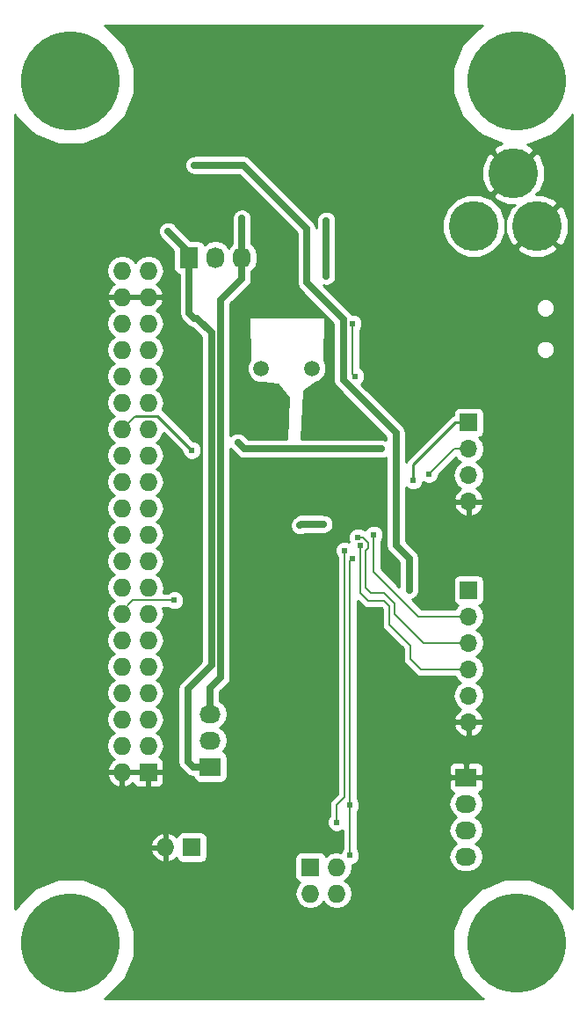
<source format=gbr>
G04 #@! TF.FileFunction,Copper,L2,Bot,Signal*
%FSLAX46Y46*%
G04 Gerber Fmt 4.6, Leading zero omitted, Abs format (unit mm)*
G04 Created by KiCad (PCBNEW (after 2015-mar-04 BZR unknown)-product) date 6/26/2017 3:25:17 PM*
%MOMM*%
G01*
G04 APERTURE LIST*
%ADD10C,0.100000*%
%ADD11R,1.727200X1.727200*%
%ADD12O,1.727200X1.727200*%
%ADD13R,1.727200X2.032000*%
%ADD14O,1.727200X2.032000*%
%ADD15R,2.032000X1.727200*%
%ADD16O,2.032000X1.727200*%
%ADD17C,4.800600*%
%ADD18C,1.501140*%
%ADD19C,9.525000*%
%ADD20R,1.700000X1.700000*%
%ADD21O,1.700000X1.700000*%
%ADD22C,0.610000*%
%ADD23C,0.203200*%
%ADD24C,0.635000*%
%ADD25C,0.254000*%
G04 APERTURE END LIST*
D10*
D11*
X27686000Y-89789000D03*
D12*
X25146000Y-89789000D03*
D13*
X27432000Y-33020000D03*
D14*
X29972000Y-33020000D03*
X32512000Y-33020000D03*
D15*
X29464000Y-82042000D03*
D16*
X29464000Y-79502000D03*
X29464000Y-76962000D03*
D17*
X60960000Y-29972000D03*
X54864000Y-29972000D03*
X58674000Y-24892000D03*
D11*
X23495000Y-82550000D03*
D12*
X20955000Y-82550000D03*
X23495000Y-80010000D03*
X20955000Y-80010000D03*
X23495000Y-77470000D03*
X20955000Y-77470000D03*
X23495000Y-74930000D03*
X20955000Y-74930000D03*
X23495000Y-72390000D03*
X20955000Y-72390000D03*
X23495000Y-69850000D03*
X20955000Y-69850000D03*
X23495000Y-67310000D03*
X20955000Y-67310000D03*
X23495000Y-64770000D03*
X20955000Y-64770000D03*
X23495000Y-62230000D03*
X20955000Y-62230000D03*
X23495000Y-59690000D03*
X20955000Y-59690000D03*
X23495000Y-57150000D03*
X20955000Y-57150000D03*
X23495000Y-54610000D03*
X20955000Y-54610000D03*
X23495000Y-52070000D03*
X20955000Y-52070000D03*
X23495000Y-49530000D03*
X20955000Y-49530000D03*
X23495000Y-46990000D03*
X20955000Y-46990000D03*
X23495000Y-44450000D03*
X20955000Y-44450000D03*
X23495000Y-41910000D03*
X20955000Y-41910000D03*
X23495000Y-39370000D03*
X20955000Y-39370000D03*
X23495000Y-36830000D03*
X20955000Y-36830000D03*
X23495000Y-34290000D03*
X20955000Y-34290000D03*
D18*
X34389060Y-43688000D03*
X39270940Y-43688000D03*
D15*
X54102000Y-83058000D03*
D16*
X54102000Y-85598000D03*
X54102000Y-88138000D03*
X54102000Y-90678000D03*
D11*
X39116000Y-91694000D03*
D12*
X41656000Y-91694000D03*
X39116000Y-94234000D03*
X41656000Y-94234000D03*
D19*
X16000000Y-16000000D03*
X59000000Y-16000000D03*
X16000000Y-99000000D03*
X59000000Y-99000000D03*
D20*
X54356000Y-48895000D03*
D21*
X54356000Y-51435000D03*
X54356000Y-53975000D03*
X54356000Y-56515000D03*
D20*
X54356000Y-65024000D03*
D21*
X54356000Y-67564000D03*
X54356000Y-70104000D03*
X54356000Y-72644000D03*
X54356000Y-75184000D03*
X54356000Y-77724000D03*
D22*
X38227000Y-37465000D03*
X33020000Y-37465000D03*
X61341000Y-44831000D03*
X45339000Y-46101000D03*
X49022000Y-57785000D03*
X48509000Y-28639000D03*
X34798000Y-18669000D03*
X35941000Y-76581000D03*
X38862000Y-20828000D03*
X60706000Y-37846000D03*
X49911000Y-17272000D03*
X23368000Y-22860000D03*
X25908000Y-55372000D03*
X28448000Y-65024000D03*
X21082000Y-28194000D03*
X26670000Y-49022000D03*
X27432000Y-29210000D03*
X39878000Y-72898000D03*
X41656000Y-72898000D03*
X35560000Y-85725000D03*
X46736000Y-71120000D03*
X33782000Y-59436000D03*
X33782000Y-58166000D03*
X39878000Y-48768000D03*
X39624000Y-63500000D03*
X38100000Y-58801000D03*
X40640000Y-34798000D03*
X40640000Y-29464000D03*
X40386000Y-58674000D03*
X48641000Y-65024000D03*
X27940000Y-24130000D03*
X50546000Y-53848000D03*
X49022000Y-54483000D03*
X42926000Y-90551000D03*
X43180000Y-61976000D03*
X42926000Y-85725000D03*
X42418000Y-61214000D03*
X41656000Y-87376000D03*
X27686000Y-51562000D03*
X26000000Y-66000000D03*
X43180000Y-39370000D03*
X43434000Y-44450000D03*
X43942000Y-60706000D03*
X43688000Y-59944000D03*
X45212000Y-59690000D03*
X45974000Y-51435000D03*
X32131000Y-50800000D03*
X29591000Y-51054000D03*
X25400000Y-30480000D03*
X32500000Y-29250000D03*
D23*
X35560000Y-85725000D02*
X35560000Y-85852000D01*
D24*
X38227000Y-58674000D02*
X40386000Y-58674000D01*
X38100000Y-58801000D02*
X38227000Y-58674000D01*
D25*
X38862000Y-58674000D02*
X40386000Y-58674000D01*
D24*
X40640000Y-29464000D02*
X40640000Y-34798000D01*
D23*
X40640000Y-34798000D02*
X40640000Y-29464000D01*
D24*
X42291000Y-43561000D02*
X42291000Y-44831000D01*
X42291000Y-44831000D02*
X47371000Y-49911000D01*
X42291000Y-43561000D02*
X42291000Y-38989000D01*
X42291000Y-38989000D02*
X38750000Y-35448000D01*
X48641000Y-61976000D02*
X47371000Y-60706000D01*
X48641000Y-65024000D02*
X48641000Y-61976000D01*
X47371000Y-49911000D02*
X47371000Y-60706000D01*
X27940000Y-24130000D02*
X32630000Y-24130000D01*
X38750000Y-30250000D02*
X38750000Y-35448000D01*
X32630000Y-24130000D02*
X38750000Y-30250000D01*
D23*
X52959000Y-51435000D02*
X54356000Y-51435000D01*
X50546000Y-53848000D02*
X52959000Y-51435000D01*
D25*
X54356000Y-48895000D02*
X53086000Y-48895000D01*
X49022000Y-52959000D02*
X49022000Y-54483000D01*
X53086000Y-48895000D02*
X49022000Y-52959000D01*
D23*
X42926000Y-85725000D02*
X42926000Y-90551000D01*
X42926000Y-81026000D02*
X42926000Y-85725000D01*
X42926000Y-62230000D02*
X43180000Y-61976000D01*
X42926000Y-81026000D02*
X42926000Y-62230000D01*
X42418000Y-78740000D02*
X42418000Y-84963000D01*
X41656000Y-85725000D02*
X41656000Y-87376000D01*
X42418000Y-84963000D02*
X41656000Y-85725000D01*
X42418000Y-78740000D02*
X42418000Y-61214000D01*
D25*
X22225000Y-48260000D02*
X24384000Y-48260000D01*
X24384000Y-48260000D02*
X27686000Y-51562000D01*
D23*
X22225000Y-48260000D02*
X20955000Y-49530000D01*
X22000000Y-66000000D02*
X20955000Y-67045000D01*
X26000000Y-66000000D02*
X22000000Y-66000000D01*
X20955000Y-67045000D02*
X20955000Y-67310000D01*
X43434000Y-44450000D02*
X43180000Y-44196000D01*
X43180000Y-44196000D02*
X43180000Y-39370000D01*
X46736000Y-66548000D02*
X46228000Y-66040000D01*
X43942000Y-60706000D02*
X43942000Y-65278000D01*
X43942000Y-65278000D02*
X44704000Y-66040000D01*
X44704000Y-66040000D02*
X46228000Y-66040000D01*
X46736000Y-68326000D02*
X46736000Y-66548000D01*
X49784000Y-72644000D02*
X48768000Y-71628000D01*
X48768000Y-71628000D02*
X48768000Y-70358000D01*
X48768000Y-70358000D02*
X46736000Y-68326000D01*
X54356000Y-72644000D02*
X49784000Y-72644000D01*
X47244000Y-67310000D02*
X47244000Y-66294000D01*
X47244000Y-66294000D02*
X46228000Y-65278000D01*
X46228000Y-65278000D02*
X44958000Y-65278000D01*
X44958000Y-65278000D02*
X44450000Y-64770000D01*
X44450000Y-64770000D02*
X44450000Y-61214000D01*
X44450000Y-61214000D02*
X44704000Y-60960000D01*
X44704000Y-60960000D02*
X44704000Y-60452000D01*
X44704000Y-60452000D02*
X44196000Y-59944000D01*
X44196000Y-59944000D02*
X43688000Y-59944000D01*
X50038000Y-70104000D02*
X47244000Y-67310000D01*
X54356000Y-70104000D02*
X50038000Y-70104000D01*
X49530000Y-67564000D02*
X45212000Y-63246000D01*
X45212000Y-63246000D02*
X45212000Y-59690000D01*
X54356000Y-67564000D02*
X49530000Y-67564000D01*
D24*
X45974000Y-51435000D02*
X32766000Y-51435000D01*
X32766000Y-51435000D02*
X32131000Y-50800000D01*
X29591000Y-48641000D02*
X29591000Y-51054000D01*
X27940000Y-38862000D02*
X28194000Y-38862000D01*
X27813000Y-82042000D02*
X29464000Y-82042000D01*
X27305000Y-81534000D02*
X27813000Y-82042000D01*
X27305000Y-74549000D02*
X27305000Y-81534000D01*
X29591000Y-72263000D02*
X27305000Y-74549000D01*
X29591000Y-40259000D02*
X29591000Y-48641000D01*
X29591000Y-48641000D02*
X29591000Y-72263000D01*
X28194000Y-38862000D02*
X29591000Y-40259000D01*
X25400000Y-30480000D02*
X27432000Y-32512000D01*
X27432000Y-32512000D02*
X27432000Y-33020000D01*
X27432000Y-33020000D02*
X27432000Y-38354000D01*
X27432000Y-38354000D02*
X27940000Y-38862000D01*
D23*
X27940000Y-38862000D02*
X27432000Y-38354000D01*
D24*
X30480000Y-41148000D02*
X30480000Y-73406000D01*
X30480000Y-73406000D02*
X29464000Y-74422000D01*
X29464000Y-76962000D02*
X29464000Y-74422000D01*
X32512000Y-35052000D02*
X32512000Y-33020000D01*
X30480000Y-37084000D02*
X32512000Y-35052000D01*
X30480000Y-41148000D02*
X30480000Y-37084000D01*
X32512000Y-33020000D02*
X32512000Y-29262000D01*
X32512000Y-29262000D02*
X32500000Y-29250000D01*
D25*
G36*
X64315000Y-95733746D02*
X64224815Y-95515482D01*
X63996369Y-95286636D01*
X63996369Y-30570358D01*
X63994221Y-29362843D01*
X63536257Y-28257221D01*
X63123936Y-27987670D01*
X62944330Y-28167275D01*
X62944330Y-27808064D01*
X62674779Y-27395743D01*
X61710369Y-26998279D01*
X61558358Y-26935631D01*
X60898412Y-26936804D01*
X60837937Y-26876329D01*
X61250257Y-26606779D01*
X61710369Y-25490358D01*
X61708221Y-24282843D01*
X61250257Y-23177221D01*
X60837936Y-22907670D01*
X58853605Y-24892000D01*
X58867747Y-24906142D01*
X58688142Y-25085747D01*
X58674000Y-25071605D01*
X58494395Y-25251210D01*
X58494395Y-24892000D01*
X56510064Y-22907670D01*
X56097743Y-23177221D01*
X55637631Y-24293642D01*
X55639779Y-25501157D01*
X56097743Y-26606779D01*
X56510064Y-26876330D01*
X58494395Y-24892000D01*
X58494395Y-25251210D01*
X56689670Y-27055936D01*
X56959221Y-27468257D01*
X58075642Y-27928369D01*
X58735586Y-27927194D01*
X58796062Y-27987670D01*
X58383743Y-28257221D01*
X57923631Y-29373642D01*
X57925779Y-30581157D01*
X58383743Y-31686779D01*
X58796064Y-31956330D01*
X60780395Y-29972000D01*
X60766252Y-29957857D01*
X60945857Y-29778252D01*
X60960000Y-29792395D01*
X62944330Y-27808064D01*
X62944330Y-28167275D01*
X61139605Y-29972000D01*
X63123936Y-31956330D01*
X63536257Y-31686779D01*
X63996369Y-30570358D01*
X63996369Y-95286636D01*
X62944330Y-94232760D01*
X62944330Y-32135936D01*
X60960000Y-30151605D01*
X60780395Y-30331210D01*
X58975670Y-32135936D01*
X59245221Y-32548257D01*
X60361642Y-33008369D01*
X61569157Y-33006221D01*
X62674779Y-32548257D01*
X62944330Y-32135936D01*
X62944330Y-94232760D01*
X62649158Y-93937072D01*
X62649158Y-41697784D01*
X62649158Y-37697784D01*
X62510910Y-37363200D01*
X62255147Y-37106989D01*
X61920804Y-36968158D01*
X61558784Y-36967842D01*
X61224200Y-37106090D01*
X60967989Y-37361853D01*
X60829158Y-37696196D01*
X60828842Y-38058216D01*
X60967090Y-38392800D01*
X61222853Y-38649011D01*
X61557196Y-38787842D01*
X61919216Y-38788158D01*
X62253800Y-38649910D01*
X62510011Y-38394147D01*
X62648842Y-38059804D01*
X62649158Y-37697784D01*
X62649158Y-41697784D01*
X62510910Y-41363200D01*
X62255147Y-41106989D01*
X61920804Y-40968158D01*
X61558784Y-40967842D01*
X61224200Y-41106090D01*
X60967989Y-41361853D01*
X60829158Y-41696196D01*
X60828842Y-42058216D01*
X60967090Y-42392800D01*
X61222853Y-42649011D01*
X61557196Y-42787842D01*
X61919216Y-42788158D01*
X62253800Y-42649910D01*
X62510011Y-42394147D01*
X62648842Y-42059804D01*
X62649158Y-41697784D01*
X62649158Y-93937072D01*
X62493632Y-93781275D01*
X60230575Y-92841571D01*
X57899826Y-92839537D01*
X57899826Y-29370890D01*
X57438702Y-28254887D01*
X56585604Y-27400298D01*
X55470407Y-26937228D01*
X54262890Y-26936174D01*
X53146887Y-27397298D01*
X52292298Y-28250396D01*
X51829228Y-29365593D01*
X51828174Y-30573110D01*
X52289298Y-31689113D01*
X53142396Y-32543702D01*
X54257593Y-33006772D01*
X55465110Y-33007826D01*
X56581113Y-32546702D01*
X57435702Y-31693604D01*
X57898772Y-30578407D01*
X57899826Y-29370890D01*
X57899826Y-92839537D01*
X57780175Y-92839433D01*
X55870093Y-93628662D01*
X55870093Y-75184000D01*
X55757054Y-74615715D01*
X55435147Y-74133946D01*
X55105973Y-73914000D01*
X55435147Y-73694054D01*
X55757054Y-73212285D01*
X55870093Y-72644000D01*
X55757054Y-72075715D01*
X55435147Y-71593946D01*
X55105973Y-71374000D01*
X55435147Y-71154054D01*
X55757054Y-70672285D01*
X55870093Y-70104000D01*
X55757054Y-69535715D01*
X55435147Y-69053946D01*
X55105973Y-68834000D01*
X55435147Y-68614054D01*
X55757054Y-68132285D01*
X55870093Y-67564000D01*
X55757054Y-66995715D01*
X55435147Y-66513946D01*
X55392273Y-66485298D01*
X55448123Y-66474463D01*
X55660927Y-66334673D01*
X55803377Y-66123640D01*
X55853440Y-65874000D01*
X55853440Y-64174000D01*
X55806463Y-63931877D01*
X55797476Y-63918195D01*
X55797476Y-56871890D01*
X55676155Y-56642000D01*
X54483000Y-56642000D01*
X54483000Y-57835819D01*
X54712892Y-57956486D01*
X55237358Y-57710183D01*
X55627645Y-57281924D01*
X55797476Y-56871890D01*
X55797476Y-63918195D01*
X55666673Y-63719073D01*
X55455640Y-63576623D01*
X55206000Y-63526560D01*
X54229000Y-63526560D01*
X54229000Y-57835819D01*
X54229000Y-56642000D01*
X53035845Y-56642000D01*
X52914524Y-56871890D01*
X53084355Y-57281924D01*
X53474642Y-57710183D01*
X53999108Y-57956486D01*
X54229000Y-57835819D01*
X54229000Y-63526560D01*
X53506000Y-63526560D01*
X53263877Y-63573537D01*
X53051073Y-63713327D01*
X52908623Y-63924360D01*
X52858560Y-64174000D01*
X52858560Y-65874000D01*
X52905537Y-66116123D01*
X53045327Y-66328927D01*
X53256360Y-66471377D01*
X53321124Y-66484364D01*
X53276853Y-66513946D01*
X53067410Y-66827400D01*
X49835110Y-66827400D01*
X48929560Y-65921850D01*
X48942390Y-65916549D01*
X49005506Y-65903995D01*
X49058544Y-65868555D01*
X49172772Y-65821358D01*
X49261014Y-65733269D01*
X49314519Y-65697519D01*
X49349957Y-65644482D01*
X49437429Y-65557163D01*
X49485244Y-65442010D01*
X49520995Y-65388506D01*
X49533439Y-65325944D01*
X49580837Y-65211798D01*
X49580945Y-65087114D01*
X49593500Y-65024000D01*
X49593500Y-61976000D01*
X49520995Y-61611494D01*
X49314519Y-61302481D01*
X48323500Y-60311462D01*
X48323500Y-55113802D01*
X48488837Y-55279429D01*
X48834202Y-55422837D01*
X49208157Y-55423163D01*
X49553772Y-55280358D01*
X49818429Y-55016163D01*
X49961837Y-54670798D01*
X49961904Y-54593407D01*
X50012837Y-54644429D01*
X50358202Y-54787837D01*
X50732157Y-54788163D01*
X51077772Y-54645358D01*
X51342429Y-54381163D01*
X51485837Y-54035798D01*
X51485911Y-53949798D01*
X53146196Y-52289513D01*
X53276853Y-52485054D01*
X53606026Y-52704999D01*
X53276853Y-52924946D01*
X52954946Y-53406715D01*
X52841907Y-53975000D01*
X52954946Y-54543285D01*
X53276853Y-55025054D01*
X53617553Y-55252702D01*
X53474642Y-55319817D01*
X53084355Y-55748076D01*
X52914524Y-56158110D01*
X53035845Y-56388000D01*
X54229000Y-56388000D01*
X54229000Y-56368000D01*
X54483000Y-56368000D01*
X54483000Y-56388000D01*
X55676155Y-56388000D01*
X55797476Y-56158110D01*
X55627645Y-55748076D01*
X55237358Y-55319817D01*
X55094446Y-55252702D01*
X55435147Y-55025054D01*
X55757054Y-54543285D01*
X55870093Y-53975000D01*
X55757054Y-53406715D01*
X55435147Y-52924946D01*
X55105973Y-52705000D01*
X55435147Y-52485054D01*
X55757054Y-52003285D01*
X55870093Y-51435000D01*
X55757054Y-50866715D01*
X55435147Y-50384946D01*
X55392273Y-50356298D01*
X55448123Y-50345463D01*
X55660927Y-50205673D01*
X55803377Y-49994640D01*
X55853440Y-49745000D01*
X55853440Y-48045000D01*
X55806463Y-47802877D01*
X55666673Y-47590073D01*
X55455640Y-47447623D01*
X55206000Y-47397560D01*
X53506000Y-47397560D01*
X53263877Y-47444537D01*
X53051073Y-47584327D01*
X52908623Y-47795360D01*
X52858560Y-48045000D01*
X52858560Y-48178240D01*
X52794395Y-48191004D01*
X52547185Y-48356185D01*
X48483185Y-52420185D01*
X48323500Y-52659169D01*
X48323500Y-49911000D01*
X48250995Y-49546494D01*
X48044519Y-49237481D01*
X44010122Y-45203084D01*
X44230429Y-44983163D01*
X44373837Y-44637798D01*
X44374163Y-44263843D01*
X44231358Y-43918228D01*
X43967163Y-43653571D01*
X43916600Y-43632575D01*
X43916600Y-39962887D01*
X43976429Y-39903163D01*
X44119837Y-39557798D01*
X44120163Y-39183843D01*
X43977358Y-38838228D01*
X43713163Y-38573571D01*
X43367798Y-38430163D01*
X43040956Y-38429878D01*
X42964519Y-38315481D01*
X40340486Y-35691448D01*
X40452202Y-35737837D01*
X40576885Y-35737945D01*
X40640000Y-35750500D01*
X40702563Y-35738055D01*
X40826157Y-35738163D01*
X40941390Y-35690549D01*
X41004506Y-35677995D01*
X41057544Y-35642555D01*
X41171772Y-35595358D01*
X41260014Y-35507269D01*
X41313519Y-35471519D01*
X41348957Y-35418482D01*
X41436429Y-35331163D01*
X41484244Y-35216010D01*
X41519995Y-35162506D01*
X41532439Y-35099944D01*
X41579837Y-34985798D01*
X41579945Y-34861114D01*
X41592500Y-34798000D01*
X41592500Y-29464000D01*
X41580055Y-29401436D01*
X41580163Y-29277843D01*
X41532549Y-29162609D01*
X41519995Y-29099494D01*
X41484555Y-29046455D01*
X41437358Y-28932228D01*
X41349269Y-28843985D01*
X41313519Y-28790481D01*
X41260482Y-28755042D01*
X41173163Y-28667571D01*
X41058010Y-28619755D01*
X41004506Y-28584005D01*
X40941944Y-28571560D01*
X40827798Y-28524163D01*
X40703114Y-28524054D01*
X40640000Y-28511500D01*
X40577436Y-28523944D01*
X40453843Y-28523837D01*
X40338609Y-28571450D01*
X40275494Y-28584005D01*
X40222455Y-28619444D01*
X40108228Y-28666642D01*
X40019985Y-28754730D01*
X39966481Y-28790481D01*
X39931042Y-28843517D01*
X39843571Y-28930837D01*
X39795755Y-29045989D01*
X39760005Y-29099494D01*
X39747560Y-29162055D01*
X39700163Y-29276202D01*
X39700054Y-29400885D01*
X39687500Y-29464000D01*
X39687500Y-30174590D01*
X39629995Y-29885494D01*
X39423519Y-29576481D01*
X33303519Y-23456481D01*
X32994506Y-23250005D01*
X32630000Y-23177500D01*
X27940000Y-23177500D01*
X27877436Y-23189944D01*
X27753843Y-23189837D01*
X27638609Y-23237450D01*
X27575494Y-23250005D01*
X27522455Y-23285444D01*
X27408228Y-23332642D01*
X27319985Y-23420730D01*
X27266481Y-23456481D01*
X27231042Y-23509517D01*
X27143571Y-23596837D01*
X27095755Y-23711989D01*
X27060005Y-23765494D01*
X27047560Y-23828055D01*
X27000163Y-23942202D01*
X27000054Y-24066885D01*
X26987500Y-24130000D01*
X26999944Y-24192563D01*
X26999837Y-24316157D01*
X27047450Y-24431390D01*
X27060005Y-24494506D01*
X27095444Y-24547544D01*
X27142642Y-24661772D01*
X27230730Y-24750014D01*
X27266481Y-24803519D01*
X27319517Y-24838957D01*
X27406837Y-24926429D01*
X27521989Y-24974244D01*
X27575494Y-25009995D01*
X27638055Y-25022439D01*
X27752202Y-25069837D01*
X27876885Y-25069945D01*
X27940000Y-25082500D01*
X32235462Y-25082500D01*
X37797500Y-30644538D01*
X37797500Y-35448000D01*
X37870005Y-35812506D01*
X38076481Y-36121519D01*
X41338500Y-39383538D01*
X41338500Y-43561000D01*
X41338500Y-44831000D01*
X41411005Y-45195506D01*
X41617481Y-45504519D01*
X46418500Y-50305538D01*
X46418500Y-50601754D01*
X46392010Y-50590755D01*
X46338506Y-50555005D01*
X46275944Y-50542560D01*
X46161798Y-50495163D01*
X46037114Y-50495054D01*
X45974000Y-50482500D01*
X38259625Y-50482500D01*
X38477879Y-45790049D01*
X39563483Y-45066312D01*
X40054777Y-44863314D01*
X40444884Y-44473887D01*
X40656269Y-43964816D01*
X40656750Y-43413602D01*
X40446254Y-42904163D01*
X40410319Y-42868165D01*
X40516298Y-38735000D01*
X33144012Y-38735000D01*
X33240336Y-42876936D01*
X33215116Y-42902113D01*
X33003731Y-43411184D01*
X33003250Y-43962398D01*
X33213746Y-44471837D01*
X33603173Y-44861944D01*
X34112244Y-45073329D01*
X34490677Y-45073659D01*
X34506216Y-45082292D01*
X35999497Y-45206732D01*
X36955879Y-46521757D01*
X36848831Y-50482500D01*
X33160538Y-50482500D01*
X32804519Y-50126481D01*
X32751482Y-50091042D01*
X32664163Y-50003571D01*
X32549010Y-49955755D01*
X32495506Y-49920005D01*
X32432944Y-49907560D01*
X32318798Y-49860163D01*
X32194114Y-49860054D01*
X32131000Y-49847500D01*
X32068436Y-49859944D01*
X31944843Y-49859837D01*
X31829609Y-49907450D01*
X31766494Y-49920005D01*
X31713455Y-49955444D01*
X31599228Y-50002642D01*
X31510985Y-50090730D01*
X31457481Y-50126481D01*
X31432500Y-50163867D01*
X31432500Y-41148000D01*
X31432500Y-37478538D01*
X33185519Y-35725519D01*
X33391995Y-35416506D01*
X33464500Y-35052000D01*
X33464500Y-34336023D01*
X33571670Y-34264415D01*
X33896526Y-33778234D01*
X34010600Y-33204745D01*
X34010600Y-32835255D01*
X33896526Y-32261766D01*
X33571670Y-31775585D01*
X33464500Y-31703976D01*
X33464500Y-29262000D01*
X33440097Y-29139319D01*
X33440163Y-29063843D01*
X33411086Y-28993471D01*
X33391995Y-28897495D01*
X33391995Y-28897494D01*
X33338103Y-28816840D01*
X33338103Y-28816839D01*
X33297358Y-28718228D01*
X33221314Y-28642051D01*
X33221312Y-28642049D01*
X33185520Y-28588481D01*
X33173519Y-28576481D01*
X33120482Y-28541042D01*
X33033163Y-28453571D01*
X32918010Y-28405755D01*
X32864506Y-28370005D01*
X32801944Y-28357560D01*
X32687798Y-28310163D01*
X32563114Y-28310054D01*
X32500000Y-28297500D01*
X32437436Y-28309944D01*
X32313843Y-28309837D01*
X32198609Y-28357450D01*
X32135494Y-28370005D01*
X32082455Y-28405444D01*
X31968228Y-28452642D01*
X31879985Y-28540730D01*
X31826481Y-28576481D01*
X31791042Y-28629517D01*
X31703571Y-28716837D01*
X31655755Y-28831989D01*
X31620005Y-28885494D01*
X31607560Y-28948055D01*
X31560163Y-29062202D01*
X31560054Y-29186885D01*
X31547500Y-29250000D01*
X31559500Y-29310327D01*
X31559500Y-31703976D01*
X31452330Y-31775585D01*
X31242000Y-32090365D01*
X31031670Y-31775585D01*
X30545489Y-31450729D01*
X29972000Y-31336655D01*
X29398511Y-31450729D01*
X28912330Y-31775585D01*
X28901784Y-31791367D01*
X28896063Y-31761877D01*
X28756273Y-31549073D01*
X28545240Y-31406623D01*
X28295600Y-31356560D01*
X27623598Y-31356560D01*
X26073519Y-29806481D01*
X26020482Y-29771042D01*
X25933163Y-29683571D01*
X25818010Y-29635755D01*
X25764506Y-29600005D01*
X25701944Y-29587560D01*
X25587798Y-29540163D01*
X25463114Y-29540054D01*
X25400000Y-29527500D01*
X25337436Y-29539944D01*
X25213843Y-29539837D01*
X25098609Y-29587450D01*
X25035494Y-29600005D01*
X24982455Y-29635444D01*
X24868228Y-29682642D01*
X24779985Y-29770730D01*
X24726481Y-29806481D01*
X24691042Y-29859517D01*
X24603571Y-29946837D01*
X24555755Y-30061989D01*
X24520005Y-30115494D01*
X24507560Y-30178055D01*
X24460163Y-30292202D01*
X24460054Y-30416885D01*
X24447500Y-30480000D01*
X24459944Y-30542563D01*
X24459837Y-30666157D01*
X24507450Y-30781390D01*
X24520005Y-30844506D01*
X24555444Y-30897544D01*
X24602642Y-31011772D01*
X24690730Y-31100014D01*
X24726481Y-31153519D01*
X25920960Y-32347998D01*
X25920960Y-34036000D01*
X25967937Y-34278123D01*
X26107727Y-34490927D01*
X26318760Y-34633377D01*
X26479500Y-34665611D01*
X26479500Y-38354000D01*
X26552005Y-38718506D01*
X26758481Y-39027519D01*
X27266480Y-39535519D01*
X27266481Y-39535519D01*
X27575494Y-39741995D01*
X27764565Y-39779603D01*
X28638500Y-40653538D01*
X28638500Y-48641000D01*
X28638500Y-51054000D01*
X28638500Y-71868462D01*
X28626163Y-71880799D01*
X28626163Y-51375843D01*
X28483358Y-51030228D01*
X28219163Y-50765571D01*
X27873798Y-50622163D01*
X27823749Y-50622119D01*
X24922815Y-47721185D01*
X24840338Y-47666076D01*
X24840338Y-47666075D01*
X24908885Y-47563489D01*
X25022959Y-46990000D01*
X24908885Y-46416511D01*
X24584029Y-45930330D01*
X24269248Y-45720000D01*
X24584029Y-45509670D01*
X24908885Y-45023489D01*
X25022959Y-44450000D01*
X24908885Y-43876511D01*
X24584029Y-43390330D01*
X24269248Y-43180000D01*
X24584029Y-42969670D01*
X24908885Y-42483489D01*
X25022959Y-41910000D01*
X24908885Y-41336511D01*
X24584029Y-40850330D01*
X24269248Y-40640000D01*
X24584029Y-40429670D01*
X24908885Y-39943489D01*
X25022959Y-39370000D01*
X25022959Y-34290000D01*
X24908885Y-33716511D01*
X24584029Y-33230330D01*
X24097848Y-32905474D01*
X23524359Y-32791400D01*
X23465641Y-32791400D01*
X22892152Y-32905474D01*
X22405971Y-33230330D01*
X22225000Y-33501172D01*
X22044029Y-33230330D01*
X21557848Y-32905474D01*
X20984359Y-32791400D01*
X20925641Y-32791400D01*
X20352152Y-32905474D01*
X19865971Y-33230330D01*
X19541115Y-33716511D01*
X19427041Y-34290000D01*
X19541115Y-34863489D01*
X19865971Y-35349670D01*
X20189228Y-35565663D01*
X20066510Y-35623179D01*
X19672312Y-36055053D01*
X19500042Y-36470974D01*
X19621183Y-36703000D01*
X20828000Y-36703000D01*
X20828000Y-36683000D01*
X21082000Y-36683000D01*
X21082000Y-36703000D01*
X22161183Y-36703000D01*
X22288817Y-36703000D01*
X23368000Y-36703000D01*
X23368000Y-36683000D01*
X23622000Y-36683000D01*
X23622000Y-36703000D01*
X24828817Y-36703000D01*
X24949958Y-36470974D01*
X24777688Y-36055053D01*
X24383490Y-35623179D01*
X24260771Y-35565663D01*
X24584029Y-35349670D01*
X24908885Y-34863489D01*
X25022959Y-34290000D01*
X25022959Y-39370000D01*
X24908885Y-38796511D01*
X24584029Y-38310330D01*
X24260771Y-38094336D01*
X24383490Y-38036821D01*
X24777688Y-37604947D01*
X24949958Y-37189026D01*
X24828817Y-36957000D01*
X23622000Y-36957000D01*
X23622000Y-36977000D01*
X23368000Y-36977000D01*
X23368000Y-36957000D01*
X22288817Y-36957000D01*
X22161183Y-36957000D01*
X21082000Y-36957000D01*
X21082000Y-36977000D01*
X20828000Y-36977000D01*
X20828000Y-36957000D01*
X19621183Y-36957000D01*
X19500042Y-37189026D01*
X19672312Y-37604947D01*
X20066510Y-38036821D01*
X20189228Y-38094336D01*
X19865971Y-38310330D01*
X19541115Y-38796511D01*
X19427041Y-39370000D01*
X19541115Y-39943489D01*
X19865971Y-40429670D01*
X20180751Y-40640000D01*
X19865971Y-40850330D01*
X19541115Y-41336511D01*
X19427041Y-41910000D01*
X19541115Y-42483489D01*
X19865971Y-42969670D01*
X20180751Y-43180000D01*
X19865971Y-43390330D01*
X19541115Y-43876511D01*
X19427041Y-44450000D01*
X19541115Y-45023489D01*
X19865971Y-45509670D01*
X20180751Y-45720000D01*
X19865971Y-45930330D01*
X19541115Y-46416511D01*
X19427041Y-46990000D01*
X19541115Y-47563489D01*
X19865971Y-48049670D01*
X20180751Y-48260000D01*
X19865971Y-48470330D01*
X19541115Y-48956511D01*
X19427041Y-49530000D01*
X19541115Y-50103489D01*
X19865971Y-50589670D01*
X20180751Y-50800000D01*
X19865971Y-51010330D01*
X19541115Y-51496511D01*
X19427041Y-52070000D01*
X19541115Y-52643489D01*
X19865971Y-53129670D01*
X20180751Y-53340000D01*
X19865971Y-53550330D01*
X19541115Y-54036511D01*
X19427041Y-54610000D01*
X19541115Y-55183489D01*
X19865971Y-55669670D01*
X20180751Y-55880000D01*
X19865971Y-56090330D01*
X19541115Y-56576511D01*
X19427041Y-57150000D01*
X19541115Y-57723489D01*
X19865971Y-58209670D01*
X20180751Y-58420000D01*
X19865971Y-58630330D01*
X19541115Y-59116511D01*
X19427041Y-59690000D01*
X19541115Y-60263489D01*
X19865971Y-60749670D01*
X20180751Y-60960000D01*
X19865971Y-61170330D01*
X19541115Y-61656511D01*
X19427041Y-62230000D01*
X19541115Y-62803489D01*
X19865971Y-63289670D01*
X20180751Y-63500000D01*
X19865971Y-63710330D01*
X19541115Y-64196511D01*
X19427041Y-64770000D01*
X19541115Y-65343489D01*
X19865971Y-65829670D01*
X20180751Y-66040000D01*
X19865971Y-66250330D01*
X19541115Y-66736511D01*
X19427041Y-67310000D01*
X19541115Y-67883489D01*
X19865971Y-68369670D01*
X20180751Y-68580000D01*
X19865971Y-68790330D01*
X19541115Y-69276511D01*
X19427041Y-69850000D01*
X19541115Y-70423489D01*
X19865971Y-70909670D01*
X20180751Y-71120000D01*
X19865971Y-71330330D01*
X19541115Y-71816511D01*
X19427041Y-72390000D01*
X19541115Y-72963489D01*
X19865971Y-73449670D01*
X20180751Y-73660000D01*
X19865971Y-73870330D01*
X19541115Y-74356511D01*
X19427041Y-74930000D01*
X19541115Y-75503489D01*
X19865971Y-75989670D01*
X20180751Y-76200000D01*
X19865971Y-76410330D01*
X19541115Y-76896511D01*
X19427041Y-77470000D01*
X19541115Y-78043489D01*
X19865971Y-78529670D01*
X20180751Y-78740000D01*
X19865971Y-78950330D01*
X19541115Y-79436511D01*
X19427041Y-80010000D01*
X19541115Y-80583489D01*
X19865971Y-81069670D01*
X20189228Y-81285663D01*
X20066510Y-81343179D01*
X19672312Y-81775053D01*
X19500042Y-82190974D01*
X19621183Y-82423000D01*
X20828000Y-82423000D01*
X20828000Y-82403000D01*
X21082000Y-82403000D01*
X21082000Y-82423000D01*
X22155150Y-82423000D01*
X22288817Y-82423000D01*
X23368000Y-82423000D01*
X23368000Y-82403000D01*
X23622000Y-82403000D01*
X23622000Y-82423000D01*
X24834850Y-82423000D01*
X24993600Y-82264250D01*
X24993600Y-81812709D01*
X24993600Y-81560090D01*
X24896927Y-81326701D01*
X24718298Y-81148073D01*
X24562976Y-81083736D01*
X24584029Y-81069670D01*
X24908885Y-80583489D01*
X25022959Y-80010000D01*
X24908885Y-79436511D01*
X24584029Y-78950330D01*
X24269248Y-78740000D01*
X24584029Y-78529670D01*
X24908885Y-78043489D01*
X25022959Y-77470000D01*
X24908885Y-76896511D01*
X24584029Y-76410330D01*
X24269248Y-76200000D01*
X24584029Y-75989670D01*
X24908885Y-75503489D01*
X25022959Y-74930000D01*
X24908885Y-74356511D01*
X24584029Y-73870330D01*
X24269248Y-73660000D01*
X24584029Y-73449670D01*
X24908885Y-72963489D01*
X25022959Y-72390000D01*
X24908885Y-71816511D01*
X24584029Y-71330330D01*
X24269248Y-71120000D01*
X24584029Y-70909670D01*
X24908885Y-70423489D01*
X25022959Y-69850000D01*
X24908885Y-69276511D01*
X24584029Y-68790330D01*
X24269248Y-68580000D01*
X24584029Y-68369670D01*
X24908885Y-67883489D01*
X25022959Y-67310000D01*
X24908902Y-66736600D01*
X25407112Y-66736600D01*
X25466837Y-66796429D01*
X25812202Y-66939837D01*
X26186157Y-66940163D01*
X26531772Y-66797358D01*
X26796429Y-66533163D01*
X26939837Y-66187798D01*
X26940163Y-65813843D01*
X26797358Y-65468228D01*
X26533163Y-65203571D01*
X26187798Y-65060163D01*
X25813843Y-65059837D01*
X25468228Y-65202642D01*
X25407363Y-65263400D01*
X24924815Y-65263400D01*
X25022959Y-64770000D01*
X24908885Y-64196511D01*
X24584029Y-63710330D01*
X24269248Y-63500000D01*
X24584029Y-63289670D01*
X24908885Y-62803489D01*
X25022959Y-62230000D01*
X24908885Y-61656511D01*
X24584029Y-61170330D01*
X24269248Y-60960000D01*
X24584029Y-60749670D01*
X24908885Y-60263489D01*
X25022959Y-59690000D01*
X24908885Y-59116511D01*
X24584029Y-58630330D01*
X24269248Y-58420000D01*
X24584029Y-58209670D01*
X24908885Y-57723489D01*
X25022959Y-57150000D01*
X24908885Y-56576511D01*
X24584029Y-56090330D01*
X24269248Y-55880000D01*
X24584029Y-55669670D01*
X24908885Y-55183489D01*
X25022959Y-54610000D01*
X24908885Y-54036511D01*
X24584029Y-53550330D01*
X24269248Y-53340000D01*
X24584029Y-53129670D01*
X24908885Y-52643489D01*
X25022959Y-52070000D01*
X24908885Y-51496511D01*
X24584029Y-51010330D01*
X24269248Y-50800000D01*
X24584029Y-50589670D01*
X24908885Y-50103489D01*
X24948865Y-49902495D01*
X26745879Y-51699509D01*
X26745837Y-51748157D01*
X26888642Y-52093772D01*
X27152837Y-52358429D01*
X27498202Y-52501837D01*
X27872157Y-52502163D01*
X28217772Y-52359358D01*
X28482429Y-52095163D01*
X28625837Y-51749798D01*
X28626163Y-51375843D01*
X28626163Y-71880799D01*
X26631481Y-73875481D01*
X26425005Y-74184494D01*
X26352500Y-74549000D01*
X26352500Y-81534000D01*
X26425005Y-81898506D01*
X26631481Y-82207519D01*
X27139480Y-82715519D01*
X27139481Y-82715519D01*
X27448494Y-82921995D01*
X27813000Y-82994500D01*
X27817808Y-82994500D01*
X27847537Y-83147723D01*
X27987327Y-83360527D01*
X28198360Y-83502977D01*
X28448000Y-83553040D01*
X30480000Y-83553040D01*
X30722123Y-83506063D01*
X30934927Y-83366273D01*
X31077377Y-83155240D01*
X31127440Y-82905600D01*
X31127440Y-81178400D01*
X31080463Y-80936277D01*
X30940673Y-80723473D01*
X30729640Y-80581023D01*
X30691037Y-80573281D01*
X30708415Y-80561670D01*
X31033271Y-80075489D01*
X31147345Y-79502000D01*
X31033271Y-78928511D01*
X30708415Y-78442330D01*
X30393634Y-78232000D01*
X30708415Y-78021670D01*
X31033271Y-77535489D01*
X31147345Y-76962000D01*
X31033271Y-76388511D01*
X30708415Y-75902330D01*
X30416500Y-75707278D01*
X30416500Y-74816538D01*
X31153519Y-74079519D01*
X31359995Y-73770506D01*
X31432500Y-73406000D01*
X31432500Y-51436132D01*
X31457481Y-51473519D01*
X32092481Y-52108519D01*
X32401494Y-52314995D01*
X32401495Y-52314995D01*
X32766000Y-52387500D01*
X45974000Y-52387500D01*
X46036563Y-52375055D01*
X46160157Y-52375163D01*
X46275390Y-52327549D01*
X46338506Y-52314995D01*
X46391544Y-52279555D01*
X46418500Y-52268418D01*
X46418500Y-60706000D01*
X46491005Y-61070506D01*
X46697481Y-61379519D01*
X47688500Y-62370538D01*
X47688500Y-64680790D01*
X45948600Y-62940890D01*
X45948600Y-60282887D01*
X46008429Y-60223163D01*
X46151837Y-59877798D01*
X46152163Y-59503843D01*
X46009358Y-59158228D01*
X45745163Y-58893571D01*
X45399798Y-58750163D01*
X45025843Y-58749837D01*
X44680228Y-58892642D01*
X44415571Y-59156837D01*
X44379425Y-59243885D01*
X44301919Y-59228468D01*
X44221163Y-59147571D01*
X43875798Y-59004163D01*
X43501843Y-59003837D01*
X43156228Y-59146642D01*
X42891571Y-59410837D01*
X42748163Y-59756202D01*
X42747837Y-60130157D01*
X42849079Y-60375182D01*
X42605798Y-60274163D01*
X42231843Y-60273837D01*
X41886228Y-60416642D01*
X41621571Y-60680837D01*
X41478163Y-61026202D01*
X41477837Y-61400157D01*
X41620642Y-61745772D01*
X41681400Y-61806636D01*
X41681400Y-78740000D01*
X41681400Y-84657890D01*
X41338500Y-85000790D01*
X41338500Y-58674000D01*
X41326055Y-58611436D01*
X41326163Y-58487843D01*
X41278549Y-58372609D01*
X41265995Y-58309494D01*
X41230555Y-58256455D01*
X41183358Y-58142228D01*
X41095269Y-58053985D01*
X41059519Y-58000481D01*
X41006482Y-57965042D01*
X40919163Y-57877571D01*
X40804010Y-57829755D01*
X40750506Y-57794005D01*
X40687944Y-57781560D01*
X40573798Y-57734163D01*
X40449114Y-57734054D01*
X40386000Y-57721500D01*
X38227000Y-57721500D01*
X37862494Y-57794005D01*
X37553481Y-58000481D01*
X37426481Y-58127481D01*
X37391042Y-58180517D01*
X37303571Y-58267837D01*
X37255755Y-58382989D01*
X37220005Y-58436494D01*
X37207560Y-58499055D01*
X37160163Y-58613202D01*
X37160054Y-58737885D01*
X37147500Y-58801000D01*
X37159944Y-58863563D01*
X37159837Y-58987157D01*
X37207450Y-59102390D01*
X37220005Y-59165506D01*
X37255444Y-59218544D01*
X37302642Y-59332772D01*
X37390730Y-59421014D01*
X37426481Y-59474519D01*
X37479517Y-59509957D01*
X37566837Y-59597429D01*
X37681989Y-59645244D01*
X37735494Y-59680995D01*
X37798055Y-59693439D01*
X37912202Y-59740837D01*
X38036885Y-59740945D01*
X38100000Y-59753500D01*
X38162563Y-59741055D01*
X38286157Y-59741163D01*
X38401390Y-59693549D01*
X38464506Y-59680995D01*
X38517544Y-59645555D01*
X38563663Y-59626500D01*
X40386000Y-59626500D01*
X40448563Y-59614055D01*
X40572157Y-59614163D01*
X40687390Y-59566549D01*
X40750506Y-59553995D01*
X40803544Y-59518555D01*
X40917772Y-59471358D01*
X41006014Y-59383269D01*
X41059519Y-59347519D01*
X41094957Y-59294482D01*
X41182429Y-59207163D01*
X41230244Y-59092010D01*
X41265995Y-59038506D01*
X41278439Y-58975944D01*
X41325837Y-58861798D01*
X41325945Y-58737114D01*
X41338500Y-58674000D01*
X41338500Y-85000790D01*
X41135145Y-85204145D01*
X40975470Y-85443115D01*
X40919400Y-85725000D01*
X40919400Y-86783112D01*
X40859571Y-86842837D01*
X40716163Y-87188202D01*
X40715837Y-87562157D01*
X40858642Y-87907772D01*
X41122837Y-88172429D01*
X41468202Y-88315837D01*
X41842157Y-88316163D01*
X42187772Y-88173358D01*
X42189400Y-88171732D01*
X42189400Y-89958112D01*
X42129571Y-90017837D01*
X42027574Y-90263470D01*
X41685359Y-90195400D01*
X41626641Y-90195400D01*
X41053152Y-90309474D01*
X40586470Y-90621300D01*
X40580063Y-90588277D01*
X40440273Y-90375473D01*
X40229240Y-90233023D01*
X39979600Y-90182960D01*
X38252400Y-90182960D01*
X38010277Y-90229937D01*
X37797473Y-90369727D01*
X37655023Y-90580760D01*
X37604960Y-90830400D01*
X37604960Y-92557600D01*
X37651937Y-92799723D01*
X37791727Y-93012527D01*
X38002760Y-93154977D01*
X38043659Y-93163179D01*
X38026971Y-93174330D01*
X37702115Y-93660511D01*
X37588041Y-94234000D01*
X37702115Y-94807489D01*
X38026971Y-95293670D01*
X38513152Y-95618526D01*
X39086641Y-95732600D01*
X39145359Y-95732600D01*
X39718848Y-95618526D01*
X40205029Y-95293670D01*
X40386000Y-95022827D01*
X40566971Y-95293670D01*
X41053152Y-95618526D01*
X41626641Y-95732600D01*
X41685359Y-95732600D01*
X42258848Y-95618526D01*
X42745029Y-95293670D01*
X43069885Y-94807489D01*
X43183959Y-94234000D01*
X43069885Y-93660511D01*
X42745029Y-93174330D01*
X42430248Y-92964000D01*
X42745029Y-92753670D01*
X43069885Y-92267489D01*
X43183959Y-91694000D01*
X43141223Y-91479153D01*
X43457772Y-91348358D01*
X43722429Y-91084163D01*
X43865837Y-90738798D01*
X43866163Y-90364843D01*
X43723358Y-90019228D01*
X43662600Y-89958363D01*
X43662600Y-86317887D01*
X43722429Y-86258163D01*
X43865837Y-85912798D01*
X43866163Y-85538843D01*
X43723358Y-85193228D01*
X43662600Y-85132363D01*
X43662600Y-81026000D01*
X43662600Y-66040310D01*
X44183145Y-66560855D01*
X44422115Y-66720530D01*
X44422116Y-66720530D01*
X44704000Y-66776600D01*
X45922890Y-66776600D01*
X45999400Y-66853110D01*
X45999400Y-68326000D01*
X46055470Y-68607885D01*
X46215145Y-68846855D01*
X48031400Y-70663110D01*
X48031400Y-71628000D01*
X48087470Y-71909885D01*
X48247145Y-72148855D01*
X49263145Y-73164855D01*
X49502115Y-73324530D01*
X49784000Y-73380600D01*
X53067410Y-73380600D01*
X53276853Y-73694054D01*
X53606026Y-73914000D01*
X53276853Y-74133946D01*
X52954946Y-74615715D01*
X52841907Y-75184000D01*
X52954946Y-75752285D01*
X53276853Y-76234054D01*
X53617553Y-76461702D01*
X53474642Y-76528817D01*
X53084355Y-76957076D01*
X52914524Y-77367110D01*
X53035845Y-77597000D01*
X54229000Y-77597000D01*
X54229000Y-77577000D01*
X54483000Y-77577000D01*
X54483000Y-77597000D01*
X55676155Y-77597000D01*
X55797476Y-77367110D01*
X55627645Y-76957076D01*
X55237358Y-76528817D01*
X55094446Y-76461702D01*
X55435147Y-76234054D01*
X55757054Y-75752285D01*
X55870093Y-75184000D01*
X55870093Y-93628662D01*
X55797476Y-93658667D01*
X55797476Y-78080890D01*
X55676155Y-77851000D01*
X54483000Y-77851000D01*
X54483000Y-79044819D01*
X54712892Y-79165486D01*
X55237358Y-78919183D01*
X55627645Y-78490924D01*
X55797476Y-78080890D01*
X55797476Y-93658667D01*
X55785345Y-93663679D01*
X55785345Y-90678000D01*
X55671271Y-90104511D01*
X55346415Y-89618330D01*
X55031634Y-89408000D01*
X55346415Y-89197670D01*
X55671271Y-88711489D01*
X55785345Y-88138000D01*
X55671271Y-87564511D01*
X55346415Y-87078330D01*
X55031634Y-86868000D01*
X55346415Y-86657670D01*
X55671271Y-86171489D01*
X55785345Y-85598000D01*
X55671271Y-85024511D01*
X55346415Y-84538330D01*
X55324219Y-84523499D01*
X55477698Y-84459927D01*
X55656327Y-84281299D01*
X55753000Y-84047910D01*
X55753000Y-83795291D01*
X55753000Y-83343750D01*
X55753000Y-82772250D01*
X55753000Y-82320709D01*
X55753000Y-82068090D01*
X55656327Y-81834701D01*
X55477698Y-81656073D01*
X55244309Y-81559400D01*
X54387750Y-81559400D01*
X54229000Y-81718150D01*
X54229000Y-79044819D01*
X54229000Y-77851000D01*
X53035845Y-77851000D01*
X52914524Y-78080890D01*
X53084355Y-78490924D01*
X53474642Y-78919183D01*
X53999108Y-79165486D01*
X54229000Y-79044819D01*
X54229000Y-81718150D01*
X54229000Y-82931000D01*
X55594250Y-82931000D01*
X55753000Y-82772250D01*
X55753000Y-83343750D01*
X55594250Y-83185000D01*
X54229000Y-83185000D01*
X54229000Y-83205000D01*
X53975000Y-83205000D01*
X53975000Y-83185000D01*
X53975000Y-82931000D01*
X53975000Y-81718150D01*
X53816250Y-81559400D01*
X52959691Y-81559400D01*
X52726302Y-81656073D01*
X52547673Y-81834701D01*
X52451000Y-82068090D01*
X52451000Y-82320709D01*
X52451000Y-82772250D01*
X52609750Y-82931000D01*
X53975000Y-82931000D01*
X53975000Y-83185000D01*
X52609750Y-83185000D01*
X52451000Y-83343750D01*
X52451000Y-83795291D01*
X52451000Y-84047910D01*
X52547673Y-84281299D01*
X52726302Y-84459927D01*
X52879780Y-84523499D01*
X52857585Y-84538330D01*
X52532729Y-85024511D01*
X52418655Y-85598000D01*
X52532729Y-86171489D01*
X52857585Y-86657670D01*
X53172365Y-86868000D01*
X52857585Y-87078330D01*
X52532729Y-87564511D01*
X52418655Y-88138000D01*
X52532729Y-88711489D01*
X52857585Y-89197670D01*
X53172365Y-89408000D01*
X52857585Y-89618330D01*
X52532729Y-90104511D01*
X52418655Y-90678000D01*
X52532729Y-91251489D01*
X52857585Y-91737670D01*
X53343766Y-92062526D01*
X53917255Y-92176600D01*
X54286745Y-92176600D01*
X54860234Y-92062526D01*
X55346415Y-91737670D01*
X55671271Y-91251489D01*
X55785345Y-90678000D01*
X55785345Y-93663679D01*
X55515482Y-93775185D01*
X53781275Y-95506368D01*
X52841571Y-97769425D01*
X52839433Y-100219825D01*
X53775185Y-102484518D01*
X55506368Y-104218725D01*
X55738223Y-104315000D01*
X29197040Y-104315000D01*
X29197040Y-90652600D01*
X29197040Y-88925400D01*
X29150063Y-88683277D01*
X29010273Y-88470473D01*
X28799240Y-88328023D01*
X28549600Y-88277960D01*
X26822400Y-88277960D01*
X26580277Y-88324937D01*
X26367473Y-88464727D01*
X26225023Y-88675760D01*
X26206088Y-88770178D01*
X26034490Y-88582179D01*
X25505027Y-88334032D01*
X25273000Y-88454531D01*
X25273000Y-89662000D01*
X25293000Y-89662000D01*
X25293000Y-89916000D01*
X25273000Y-89916000D01*
X25273000Y-91123469D01*
X25505027Y-91243968D01*
X26034490Y-90995821D01*
X26205253Y-90808736D01*
X26221937Y-90894723D01*
X26361727Y-91107527D01*
X26572760Y-91249977D01*
X26822400Y-91300040D01*
X28549600Y-91300040D01*
X28791723Y-91253063D01*
X29004527Y-91113273D01*
X29146977Y-90902240D01*
X29197040Y-90652600D01*
X29197040Y-104315000D01*
X25019000Y-104315000D01*
X25019000Y-91123469D01*
X25019000Y-89916000D01*
X25019000Y-89662000D01*
X25019000Y-88454531D01*
X24993600Y-88441339D01*
X24993600Y-83539910D01*
X24993600Y-83287291D01*
X24993600Y-82835750D01*
X24834850Y-82677000D01*
X23622000Y-82677000D01*
X23622000Y-83889850D01*
X23780750Y-84048600D01*
X24484909Y-84048600D01*
X24718298Y-83951927D01*
X24896927Y-83773299D01*
X24993600Y-83539910D01*
X24993600Y-88441339D01*
X24786973Y-88334032D01*
X24257510Y-88582179D01*
X23863312Y-89014053D01*
X23691042Y-89429974D01*
X23812183Y-89662000D01*
X25019000Y-89662000D01*
X25019000Y-89916000D01*
X23812183Y-89916000D01*
X23691042Y-90148026D01*
X23863312Y-90563947D01*
X24257510Y-90995821D01*
X24786973Y-91243968D01*
X25019000Y-91123469D01*
X25019000Y-104315000D01*
X23368000Y-104315000D01*
X23368000Y-83889850D01*
X23368000Y-82677000D01*
X22288817Y-82677000D01*
X22155150Y-82677000D01*
X21082000Y-82677000D01*
X21082000Y-83884469D01*
X21314027Y-84004968D01*
X21843490Y-83756821D01*
X22010471Y-83573880D01*
X22093073Y-83773299D01*
X22271702Y-83951927D01*
X22505091Y-84048600D01*
X23209250Y-84048600D01*
X23368000Y-83889850D01*
X23368000Y-104315000D01*
X19266253Y-104315000D01*
X19484518Y-104224815D01*
X21218725Y-102493632D01*
X22158429Y-100230575D01*
X22160567Y-97780175D01*
X21224815Y-95515482D01*
X20828000Y-95117973D01*
X20828000Y-83884469D01*
X20828000Y-82677000D01*
X19621183Y-82677000D01*
X19500042Y-82909026D01*
X19672312Y-83324947D01*
X20066510Y-83756821D01*
X20595973Y-84004968D01*
X20828000Y-83884469D01*
X20828000Y-95117973D01*
X19493632Y-93781275D01*
X17230575Y-92841571D01*
X14780175Y-92839433D01*
X12515482Y-93775185D01*
X10781275Y-95506368D01*
X10685000Y-95738223D01*
X10685000Y-19266253D01*
X10775185Y-19484518D01*
X12506368Y-21218725D01*
X14769425Y-22158429D01*
X17219825Y-22160567D01*
X19484518Y-21224815D01*
X21218725Y-19493632D01*
X22158429Y-17230575D01*
X22160567Y-14780175D01*
X21224815Y-12515482D01*
X19493632Y-10781275D01*
X19261776Y-10685000D01*
X55733746Y-10685000D01*
X55515482Y-10775185D01*
X53781275Y-12506368D01*
X52841571Y-14769425D01*
X52839433Y-17219825D01*
X53775185Y-19484518D01*
X55506368Y-21218725D01*
X57554482Y-22069177D01*
X56959221Y-22315743D01*
X56689670Y-22728064D01*
X58674000Y-24712395D01*
X60658330Y-22728064D01*
X60388779Y-22315743D01*
X60011817Y-22160385D01*
X60219825Y-22160567D01*
X62484518Y-21224815D01*
X64218725Y-19493632D01*
X64315000Y-19261776D01*
X64315000Y-95733746D01*
X64315000Y-95733746D01*
G37*
X64315000Y-95733746D02*
X64224815Y-95515482D01*
X63996369Y-95286636D01*
X63996369Y-30570358D01*
X63994221Y-29362843D01*
X63536257Y-28257221D01*
X63123936Y-27987670D01*
X62944330Y-28167275D01*
X62944330Y-27808064D01*
X62674779Y-27395743D01*
X61710369Y-26998279D01*
X61558358Y-26935631D01*
X60898412Y-26936804D01*
X60837937Y-26876329D01*
X61250257Y-26606779D01*
X61710369Y-25490358D01*
X61708221Y-24282843D01*
X61250257Y-23177221D01*
X60837936Y-22907670D01*
X58853605Y-24892000D01*
X58867747Y-24906142D01*
X58688142Y-25085747D01*
X58674000Y-25071605D01*
X58494395Y-25251210D01*
X58494395Y-24892000D01*
X56510064Y-22907670D01*
X56097743Y-23177221D01*
X55637631Y-24293642D01*
X55639779Y-25501157D01*
X56097743Y-26606779D01*
X56510064Y-26876330D01*
X58494395Y-24892000D01*
X58494395Y-25251210D01*
X56689670Y-27055936D01*
X56959221Y-27468257D01*
X58075642Y-27928369D01*
X58735586Y-27927194D01*
X58796062Y-27987670D01*
X58383743Y-28257221D01*
X57923631Y-29373642D01*
X57925779Y-30581157D01*
X58383743Y-31686779D01*
X58796064Y-31956330D01*
X60780395Y-29972000D01*
X60766252Y-29957857D01*
X60945857Y-29778252D01*
X60960000Y-29792395D01*
X62944330Y-27808064D01*
X62944330Y-28167275D01*
X61139605Y-29972000D01*
X63123936Y-31956330D01*
X63536257Y-31686779D01*
X63996369Y-30570358D01*
X63996369Y-95286636D01*
X62944330Y-94232760D01*
X62944330Y-32135936D01*
X60960000Y-30151605D01*
X60780395Y-30331210D01*
X58975670Y-32135936D01*
X59245221Y-32548257D01*
X60361642Y-33008369D01*
X61569157Y-33006221D01*
X62674779Y-32548257D01*
X62944330Y-32135936D01*
X62944330Y-94232760D01*
X62649158Y-93937072D01*
X62649158Y-41697784D01*
X62649158Y-37697784D01*
X62510910Y-37363200D01*
X62255147Y-37106989D01*
X61920804Y-36968158D01*
X61558784Y-36967842D01*
X61224200Y-37106090D01*
X60967989Y-37361853D01*
X60829158Y-37696196D01*
X60828842Y-38058216D01*
X60967090Y-38392800D01*
X61222853Y-38649011D01*
X61557196Y-38787842D01*
X61919216Y-38788158D01*
X62253800Y-38649910D01*
X62510011Y-38394147D01*
X62648842Y-38059804D01*
X62649158Y-37697784D01*
X62649158Y-41697784D01*
X62510910Y-41363200D01*
X62255147Y-41106989D01*
X61920804Y-40968158D01*
X61558784Y-40967842D01*
X61224200Y-41106090D01*
X60967989Y-41361853D01*
X60829158Y-41696196D01*
X60828842Y-42058216D01*
X60967090Y-42392800D01*
X61222853Y-42649011D01*
X61557196Y-42787842D01*
X61919216Y-42788158D01*
X62253800Y-42649910D01*
X62510011Y-42394147D01*
X62648842Y-42059804D01*
X62649158Y-41697784D01*
X62649158Y-93937072D01*
X62493632Y-93781275D01*
X60230575Y-92841571D01*
X57899826Y-92839537D01*
X57899826Y-29370890D01*
X57438702Y-28254887D01*
X56585604Y-27400298D01*
X55470407Y-26937228D01*
X54262890Y-26936174D01*
X53146887Y-27397298D01*
X52292298Y-28250396D01*
X51829228Y-29365593D01*
X51828174Y-30573110D01*
X52289298Y-31689113D01*
X53142396Y-32543702D01*
X54257593Y-33006772D01*
X55465110Y-33007826D01*
X56581113Y-32546702D01*
X57435702Y-31693604D01*
X57898772Y-30578407D01*
X57899826Y-29370890D01*
X57899826Y-92839537D01*
X57780175Y-92839433D01*
X55870093Y-93628662D01*
X55870093Y-75184000D01*
X55757054Y-74615715D01*
X55435147Y-74133946D01*
X55105973Y-73914000D01*
X55435147Y-73694054D01*
X55757054Y-73212285D01*
X55870093Y-72644000D01*
X55757054Y-72075715D01*
X55435147Y-71593946D01*
X55105973Y-71374000D01*
X55435147Y-71154054D01*
X55757054Y-70672285D01*
X55870093Y-70104000D01*
X55757054Y-69535715D01*
X55435147Y-69053946D01*
X55105973Y-68834000D01*
X55435147Y-68614054D01*
X55757054Y-68132285D01*
X55870093Y-67564000D01*
X55757054Y-66995715D01*
X55435147Y-66513946D01*
X55392273Y-66485298D01*
X55448123Y-66474463D01*
X55660927Y-66334673D01*
X55803377Y-66123640D01*
X55853440Y-65874000D01*
X55853440Y-64174000D01*
X55806463Y-63931877D01*
X55797476Y-63918195D01*
X55797476Y-56871890D01*
X55676155Y-56642000D01*
X54483000Y-56642000D01*
X54483000Y-57835819D01*
X54712892Y-57956486D01*
X55237358Y-57710183D01*
X55627645Y-57281924D01*
X55797476Y-56871890D01*
X55797476Y-63918195D01*
X55666673Y-63719073D01*
X55455640Y-63576623D01*
X55206000Y-63526560D01*
X54229000Y-63526560D01*
X54229000Y-57835819D01*
X54229000Y-56642000D01*
X53035845Y-56642000D01*
X52914524Y-56871890D01*
X53084355Y-57281924D01*
X53474642Y-57710183D01*
X53999108Y-57956486D01*
X54229000Y-57835819D01*
X54229000Y-63526560D01*
X53506000Y-63526560D01*
X53263877Y-63573537D01*
X53051073Y-63713327D01*
X52908623Y-63924360D01*
X52858560Y-64174000D01*
X52858560Y-65874000D01*
X52905537Y-66116123D01*
X53045327Y-66328927D01*
X53256360Y-66471377D01*
X53321124Y-66484364D01*
X53276853Y-66513946D01*
X53067410Y-66827400D01*
X49835110Y-66827400D01*
X48929560Y-65921850D01*
X48942390Y-65916549D01*
X49005506Y-65903995D01*
X49058544Y-65868555D01*
X49172772Y-65821358D01*
X49261014Y-65733269D01*
X49314519Y-65697519D01*
X49349957Y-65644482D01*
X49437429Y-65557163D01*
X49485244Y-65442010D01*
X49520995Y-65388506D01*
X49533439Y-65325944D01*
X49580837Y-65211798D01*
X49580945Y-65087114D01*
X49593500Y-65024000D01*
X49593500Y-61976000D01*
X49520995Y-61611494D01*
X49314519Y-61302481D01*
X48323500Y-60311462D01*
X48323500Y-55113802D01*
X48488837Y-55279429D01*
X48834202Y-55422837D01*
X49208157Y-55423163D01*
X49553772Y-55280358D01*
X49818429Y-55016163D01*
X49961837Y-54670798D01*
X49961904Y-54593407D01*
X50012837Y-54644429D01*
X50358202Y-54787837D01*
X50732157Y-54788163D01*
X51077772Y-54645358D01*
X51342429Y-54381163D01*
X51485837Y-54035798D01*
X51485911Y-53949798D01*
X53146196Y-52289513D01*
X53276853Y-52485054D01*
X53606026Y-52704999D01*
X53276853Y-52924946D01*
X52954946Y-53406715D01*
X52841907Y-53975000D01*
X52954946Y-54543285D01*
X53276853Y-55025054D01*
X53617553Y-55252702D01*
X53474642Y-55319817D01*
X53084355Y-55748076D01*
X52914524Y-56158110D01*
X53035845Y-56388000D01*
X54229000Y-56388000D01*
X54229000Y-56368000D01*
X54483000Y-56368000D01*
X54483000Y-56388000D01*
X55676155Y-56388000D01*
X55797476Y-56158110D01*
X55627645Y-55748076D01*
X55237358Y-55319817D01*
X55094446Y-55252702D01*
X55435147Y-55025054D01*
X55757054Y-54543285D01*
X55870093Y-53975000D01*
X55757054Y-53406715D01*
X55435147Y-52924946D01*
X55105973Y-52705000D01*
X55435147Y-52485054D01*
X55757054Y-52003285D01*
X55870093Y-51435000D01*
X55757054Y-50866715D01*
X55435147Y-50384946D01*
X55392273Y-50356298D01*
X55448123Y-50345463D01*
X55660927Y-50205673D01*
X55803377Y-49994640D01*
X55853440Y-49745000D01*
X55853440Y-48045000D01*
X55806463Y-47802877D01*
X55666673Y-47590073D01*
X55455640Y-47447623D01*
X55206000Y-47397560D01*
X53506000Y-47397560D01*
X53263877Y-47444537D01*
X53051073Y-47584327D01*
X52908623Y-47795360D01*
X52858560Y-48045000D01*
X52858560Y-48178240D01*
X52794395Y-48191004D01*
X52547185Y-48356185D01*
X48483185Y-52420185D01*
X48323500Y-52659169D01*
X48323500Y-49911000D01*
X48250995Y-49546494D01*
X48044519Y-49237481D01*
X44010122Y-45203084D01*
X44230429Y-44983163D01*
X44373837Y-44637798D01*
X44374163Y-44263843D01*
X44231358Y-43918228D01*
X43967163Y-43653571D01*
X43916600Y-43632575D01*
X43916600Y-39962887D01*
X43976429Y-39903163D01*
X44119837Y-39557798D01*
X44120163Y-39183843D01*
X43977358Y-38838228D01*
X43713163Y-38573571D01*
X43367798Y-38430163D01*
X43040956Y-38429878D01*
X42964519Y-38315481D01*
X40340486Y-35691448D01*
X40452202Y-35737837D01*
X40576885Y-35737945D01*
X40640000Y-35750500D01*
X40702563Y-35738055D01*
X40826157Y-35738163D01*
X40941390Y-35690549D01*
X41004506Y-35677995D01*
X41057544Y-35642555D01*
X41171772Y-35595358D01*
X41260014Y-35507269D01*
X41313519Y-35471519D01*
X41348957Y-35418482D01*
X41436429Y-35331163D01*
X41484244Y-35216010D01*
X41519995Y-35162506D01*
X41532439Y-35099944D01*
X41579837Y-34985798D01*
X41579945Y-34861114D01*
X41592500Y-34798000D01*
X41592500Y-29464000D01*
X41580055Y-29401436D01*
X41580163Y-29277843D01*
X41532549Y-29162609D01*
X41519995Y-29099494D01*
X41484555Y-29046455D01*
X41437358Y-28932228D01*
X41349269Y-28843985D01*
X41313519Y-28790481D01*
X41260482Y-28755042D01*
X41173163Y-28667571D01*
X41058010Y-28619755D01*
X41004506Y-28584005D01*
X40941944Y-28571560D01*
X40827798Y-28524163D01*
X40703114Y-28524054D01*
X40640000Y-28511500D01*
X40577436Y-28523944D01*
X40453843Y-28523837D01*
X40338609Y-28571450D01*
X40275494Y-28584005D01*
X40222455Y-28619444D01*
X40108228Y-28666642D01*
X40019985Y-28754730D01*
X39966481Y-28790481D01*
X39931042Y-28843517D01*
X39843571Y-28930837D01*
X39795755Y-29045989D01*
X39760005Y-29099494D01*
X39747560Y-29162055D01*
X39700163Y-29276202D01*
X39700054Y-29400885D01*
X39687500Y-29464000D01*
X39687500Y-30174590D01*
X39629995Y-29885494D01*
X39423519Y-29576481D01*
X33303519Y-23456481D01*
X32994506Y-23250005D01*
X32630000Y-23177500D01*
X27940000Y-23177500D01*
X27877436Y-23189944D01*
X27753843Y-23189837D01*
X27638609Y-23237450D01*
X27575494Y-23250005D01*
X27522455Y-23285444D01*
X27408228Y-23332642D01*
X27319985Y-23420730D01*
X27266481Y-23456481D01*
X27231042Y-23509517D01*
X27143571Y-23596837D01*
X27095755Y-23711989D01*
X27060005Y-23765494D01*
X27047560Y-23828055D01*
X27000163Y-23942202D01*
X27000054Y-24066885D01*
X26987500Y-24130000D01*
X26999944Y-24192563D01*
X26999837Y-24316157D01*
X27047450Y-24431390D01*
X27060005Y-24494506D01*
X27095444Y-24547544D01*
X27142642Y-24661772D01*
X27230730Y-24750014D01*
X27266481Y-24803519D01*
X27319517Y-24838957D01*
X27406837Y-24926429D01*
X27521989Y-24974244D01*
X27575494Y-25009995D01*
X27638055Y-25022439D01*
X27752202Y-25069837D01*
X27876885Y-25069945D01*
X27940000Y-25082500D01*
X32235462Y-25082500D01*
X37797500Y-30644538D01*
X37797500Y-35448000D01*
X37870005Y-35812506D01*
X38076481Y-36121519D01*
X41338500Y-39383538D01*
X41338500Y-43561000D01*
X41338500Y-44831000D01*
X41411005Y-45195506D01*
X41617481Y-45504519D01*
X46418500Y-50305538D01*
X46418500Y-50601754D01*
X46392010Y-50590755D01*
X46338506Y-50555005D01*
X46275944Y-50542560D01*
X46161798Y-50495163D01*
X46037114Y-50495054D01*
X45974000Y-50482500D01*
X38259625Y-50482500D01*
X38477879Y-45790049D01*
X39563483Y-45066312D01*
X40054777Y-44863314D01*
X40444884Y-44473887D01*
X40656269Y-43964816D01*
X40656750Y-43413602D01*
X40446254Y-42904163D01*
X40410319Y-42868165D01*
X40516298Y-38735000D01*
X33144012Y-38735000D01*
X33240336Y-42876936D01*
X33215116Y-42902113D01*
X33003731Y-43411184D01*
X33003250Y-43962398D01*
X33213746Y-44471837D01*
X33603173Y-44861944D01*
X34112244Y-45073329D01*
X34490677Y-45073659D01*
X34506216Y-45082292D01*
X35999497Y-45206732D01*
X36955879Y-46521757D01*
X36848831Y-50482500D01*
X33160538Y-50482500D01*
X32804519Y-50126481D01*
X32751482Y-50091042D01*
X32664163Y-50003571D01*
X32549010Y-49955755D01*
X32495506Y-49920005D01*
X32432944Y-49907560D01*
X32318798Y-49860163D01*
X32194114Y-49860054D01*
X32131000Y-49847500D01*
X32068436Y-49859944D01*
X31944843Y-49859837D01*
X31829609Y-49907450D01*
X31766494Y-49920005D01*
X31713455Y-49955444D01*
X31599228Y-50002642D01*
X31510985Y-50090730D01*
X31457481Y-50126481D01*
X31432500Y-50163867D01*
X31432500Y-41148000D01*
X31432500Y-37478538D01*
X33185519Y-35725519D01*
X33391995Y-35416506D01*
X33464500Y-35052000D01*
X33464500Y-34336023D01*
X33571670Y-34264415D01*
X33896526Y-33778234D01*
X34010600Y-33204745D01*
X34010600Y-32835255D01*
X33896526Y-32261766D01*
X33571670Y-31775585D01*
X33464500Y-31703976D01*
X33464500Y-29262000D01*
X33440097Y-29139319D01*
X33440163Y-29063843D01*
X33411086Y-28993471D01*
X33391995Y-28897495D01*
X33391995Y-28897494D01*
X33338103Y-28816840D01*
X33338103Y-28816839D01*
X33297358Y-28718228D01*
X33221314Y-28642051D01*
X33221312Y-28642049D01*
X33185520Y-28588481D01*
X33173519Y-28576481D01*
X33120482Y-28541042D01*
X33033163Y-28453571D01*
X32918010Y-28405755D01*
X32864506Y-28370005D01*
X32801944Y-28357560D01*
X32687798Y-28310163D01*
X32563114Y-28310054D01*
X32500000Y-28297500D01*
X32437436Y-28309944D01*
X32313843Y-28309837D01*
X32198609Y-28357450D01*
X32135494Y-28370005D01*
X32082455Y-28405444D01*
X31968228Y-28452642D01*
X31879985Y-28540730D01*
X31826481Y-28576481D01*
X31791042Y-28629517D01*
X31703571Y-28716837D01*
X31655755Y-28831989D01*
X31620005Y-28885494D01*
X31607560Y-28948055D01*
X31560163Y-29062202D01*
X31560054Y-29186885D01*
X31547500Y-29250000D01*
X31559500Y-29310327D01*
X31559500Y-31703976D01*
X31452330Y-31775585D01*
X31242000Y-32090365D01*
X31031670Y-31775585D01*
X30545489Y-31450729D01*
X29972000Y-31336655D01*
X29398511Y-31450729D01*
X28912330Y-31775585D01*
X28901784Y-31791367D01*
X28896063Y-31761877D01*
X28756273Y-31549073D01*
X28545240Y-31406623D01*
X28295600Y-31356560D01*
X27623598Y-31356560D01*
X26073519Y-29806481D01*
X26020482Y-29771042D01*
X25933163Y-29683571D01*
X25818010Y-29635755D01*
X25764506Y-29600005D01*
X25701944Y-29587560D01*
X25587798Y-29540163D01*
X25463114Y-29540054D01*
X25400000Y-29527500D01*
X25337436Y-29539944D01*
X25213843Y-29539837D01*
X25098609Y-29587450D01*
X25035494Y-29600005D01*
X24982455Y-29635444D01*
X24868228Y-29682642D01*
X24779985Y-29770730D01*
X24726481Y-29806481D01*
X24691042Y-29859517D01*
X24603571Y-29946837D01*
X24555755Y-30061989D01*
X24520005Y-30115494D01*
X24507560Y-30178055D01*
X24460163Y-30292202D01*
X24460054Y-30416885D01*
X24447500Y-30480000D01*
X24459944Y-30542563D01*
X24459837Y-30666157D01*
X24507450Y-30781390D01*
X24520005Y-30844506D01*
X24555444Y-30897544D01*
X24602642Y-31011772D01*
X24690730Y-31100014D01*
X24726481Y-31153519D01*
X25920960Y-32347998D01*
X25920960Y-34036000D01*
X25967937Y-34278123D01*
X26107727Y-34490927D01*
X26318760Y-34633377D01*
X26479500Y-34665611D01*
X26479500Y-38354000D01*
X26552005Y-38718506D01*
X26758481Y-39027519D01*
X27266480Y-39535519D01*
X27266481Y-39535519D01*
X27575494Y-39741995D01*
X27764565Y-39779603D01*
X28638500Y-40653538D01*
X28638500Y-48641000D01*
X28638500Y-51054000D01*
X28638500Y-71868462D01*
X28626163Y-71880799D01*
X28626163Y-51375843D01*
X28483358Y-51030228D01*
X28219163Y-50765571D01*
X27873798Y-50622163D01*
X27823749Y-50622119D01*
X24922815Y-47721185D01*
X24840338Y-47666076D01*
X24840338Y-47666075D01*
X24908885Y-47563489D01*
X25022959Y-46990000D01*
X24908885Y-46416511D01*
X24584029Y-45930330D01*
X24269248Y-45720000D01*
X24584029Y-45509670D01*
X24908885Y-45023489D01*
X25022959Y-44450000D01*
X24908885Y-43876511D01*
X24584029Y-43390330D01*
X24269248Y-43180000D01*
X24584029Y-42969670D01*
X24908885Y-42483489D01*
X25022959Y-41910000D01*
X24908885Y-41336511D01*
X24584029Y-40850330D01*
X24269248Y-40640000D01*
X24584029Y-40429670D01*
X24908885Y-39943489D01*
X25022959Y-39370000D01*
X25022959Y-34290000D01*
X24908885Y-33716511D01*
X24584029Y-33230330D01*
X24097848Y-32905474D01*
X23524359Y-32791400D01*
X23465641Y-32791400D01*
X22892152Y-32905474D01*
X22405971Y-33230330D01*
X22225000Y-33501172D01*
X22044029Y-33230330D01*
X21557848Y-32905474D01*
X20984359Y-32791400D01*
X20925641Y-32791400D01*
X20352152Y-32905474D01*
X19865971Y-33230330D01*
X19541115Y-33716511D01*
X19427041Y-34290000D01*
X19541115Y-34863489D01*
X19865971Y-35349670D01*
X20189228Y-35565663D01*
X20066510Y-35623179D01*
X19672312Y-36055053D01*
X19500042Y-36470974D01*
X19621183Y-36703000D01*
X20828000Y-36703000D01*
X20828000Y-36683000D01*
X21082000Y-36683000D01*
X21082000Y-36703000D01*
X22161183Y-36703000D01*
X22288817Y-36703000D01*
X23368000Y-36703000D01*
X23368000Y-36683000D01*
X23622000Y-36683000D01*
X23622000Y-36703000D01*
X24828817Y-36703000D01*
X24949958Y-36470974D01*
X24777688Y-36055053D01*
X24383490Y-35623179D01*
X24260771Y-35565663D01*
X24584029Y-35349670D01*
X24908885Y-34863489D01*
X25022959Y-34290000D01*
X25022959Y-39370000D01*
X24908885Y-38796511D01*
X24584029Y-38310330D01*
X24260771Y-38094336D01*
X24383490Y-38036821D01*
X24777688Y-37604947D01*
X24949958Y-37189026D01*
X24828817Y-36957000D01*
X23622000Y-36957000D01*
X23622000Y-36977000D01*
X23368000Y-36977000D01*
X23368000Y-36957000D01*
X22288817Y-36957000D01*
X22161183Y-36957000D01*
X21082000Y-36957000D01*
X21082000Y-36977000D01*
X20828000Y-36977000D01*
X20828000Y-36957000D01*
X19621183Y-36957000D01*
X19500042Y-37189026D01*
X19672312Y-37604947D01*
X20066510Y-38036821D01*
X20189228Y-38094336D01*
X19865971Y-38310330D01*
X19541115Y-38796511D01*
X19427041Y-39370000D01*
X19541115Y-39943489D01*
X19865971Y-40429670D01*
X20180751Y-40640000D01*
X19865971Y-40850330D01*
X19541115Y-41336511D01*
X19427041Y-41910000D01*
X19541115Y-42483489D01*
X19865971Y-42969670D01*
X20180751Y-43180000D01*
X19865971Y-43390330D01*
X19541115Y-43876511D01*
X19427041Y-44450000D01*
X19541115Y-45023489D01*
X19865971Y-45509670D01*
X20180751Y-45720000D01*
X19865971Y-45930330D01*
X19541115Y-46416511D01*
X19427041Y-46990000D01*
X19541115Y-47563489D01*
X19865971Y-48049670D01*
X20180751Y-48260000D01*
X19865971Y-48470330D01*
X19541115Y-48956511D01*
X19427041Y-49530000D01*
X19541115Y-50103489D01*
X19865971Y-50589670D01*
X20180751Y-50800000D01*
X19865971Y-51010330D01*
X19541115Y-51496511D01*
X19427041Y-52070000D01*
X19541115Y-52643489D01*
X19865971Y-53129670D01*
X20180751Y-53340000D01*
X19865971Y-53550330D01*
X19541115Y-54036511D01*
X19427041Y-54610000D01*
X19541115Y-55183489D01*
X19865971Y-55669670D01*
X20180751Y-55880000D01*
X19865971Y-56090330D01*
X19541115Y-56576511D01*
X19427041Y-57150000D01*
X19541115Y-57723489D01*
X19865971Y-58209670D01*
X20180751Y-58420000D01*
X19865971Y-58630330D01*
X19541115Y-59116511D01*
X19427041Y-59690000D01*
X19541115Y-60263489D01*
X19865971Y-60749670D01*
X20180751Y-60960000D01*
X19865971Y-61170330D01*
X19541115Y-61656511D01*
X19427041Y-62230000D01*
X19541115Y-62803489D01*
X19865971Y-63289670D01*
X20180751Y-63500000D01*
X19865971Y-63710330D01*
X19541115Y-64196511D01*
X19427041Y-64770000D01*
X19541115Y-65343489D01*
X19865971Y-65829670D01*
X20180751Y-66040000D01*
X19865971Y-66250330D01*
X19541115Y-66736511D01*
X19427041Y-67310000D01*
X19541115Y-67883489D01*
X19865971Y-68369670D01*
X20180751Y-68580000D01*
X19865971Y-68790330D01*
X19541115Y-69276511D01*
X19427041Y-69850000D01*
X19541115Y-70423489D01*
X19865971Y-70909670D01*
X20180751Y-71120000D01*
X19865971Y-71330330D01*
X19541115Y-71816511D01*
X19427041Y-72390000D01*
X19541115Y-72963489D01*
X19865971Y-73449670D01*
X20180751Y-73660000D01*
X19865971Y-73870330D01*
X19541115Y-74356511D01*
X19427041Y-74930000D01*
X19541115Y-75503489D01*
X19865971Y-75989670D01*
X20180751Y-76200000D01*
X19865971Y-76410330D01*
X19541115Y-76896511D01*
X19427041Y-77470000D01*
X19541115Y-78043489D01*
X19865971Y-78529670D01*
X20180751Y-78740000D01*
X19865971Y-78950330D01*
X19541115Y-79436511D01*
X19427041Y-80010000D01*
X19541115Y-80583489D01*
X19865971Y-81069670D01*
X20189228Y-81285663D01*
X20066510Y-81343179D01*
X19672312Y-81775053D01*
X19500042Y-82190974D01*
X19621183Y-82423000D01*
X20828000Y-82423000D01*
X20828000Y-82403000D01*
X21082000Y-82403000D01*
X21082000Y-82423000D01*
X22155150Y-82423000D01*
X22288817Y-82423000D01*
X23368000Y-82423000D01*
X23368000Y-82403000D01*
X23622000Y-82403000D01*
X23622000Y-82423000D01*
X24834850Y-82423000D01*
X24993600Y-82264250D01*
X24993600Y-81812709D01*
X24993600Y-81560090D01*
X24896927Y-81326701D01*
X24718298Y-81148073D01*
X24562976Y-81083736D01*
X24584029Y-81069670D01*
X24908885Y-80583489D01*
X25022959Y-80010000D01*
X24908885Y-79436511D01*
X24584029Y-78950330D01*
X24269248Y-78740000D01*
X24584029Y-78529670D01*
X24908885Y-78043489D01*
X25022959Y-77470000D01*
X24908885Y-76896511D01*
X24584029Y-76410330D01*
X24269248Y-76200000D01*
X24584029Y-75989670D01*
X24908885Y-75503489D01*
X25022959Y-74930000D01*
X24908885Y-74356511D01*
X24584029Y-73870330D01*
X24269248Y-73660000D01*
X24584029Y-73449670D01*
X24908885Y-72963489D01*
X25022959Y-72390000D01*
X24908885Y-71816511D01*
X24584029Y-71330330D01*
X24269248Y-71120000D01*
X24584029Y-70909670D01*
X24908885Y-70423489D01*
X25022959Y-69850000D01*
X24908885Y-69276511D01*
X24584029Y-68790330D01*
X24269248Y-68580000D01*
X24584029Y-68369670D01*
X24908885Y-67883489D01*
X25022959Y-67310000D01*
X24908902Y-66736600D01*
X25407112Y-66736600D01*
X25466837Y-66796429D01*
X25812202Y-66939837D01*
X26186157Y-66940163D01*
X26531772Y-66797358D01*
X26796429Y-66533163D01*
X26939837Y-66187798D01*
X26940163Y-65813843D01*
X26797358Y-65468228D01*
X26533163Y-65203571D01*
X26187798Y-65060163D01*
X25813843Y-65059837D01*
X25468228Y-65202642D01*
X25407363Y-65263400D01*
X24924815Y-65263400D01*
X25022959Y-64770000D01*
X24908885Y-64196511D01*
X24584029Y-63710330D01*
X24269248Y-63500000D01*
X24584029Y-63289670D01*
X24908885Y-62803489D01*
X25022959Y-62230000D01*
X24908885Y-61656511D01*
X24584029Y-61170330D01*
X24269248Y-60960000D01*
X24584029Y-60749670D01*
X24908885Y-60263489D01*
X25022959Y-59690000D01*
X24908885Y-59116511D01*
X24584029Y-58630330D01*
X24269248Y-58420000D01*
X24584029Y-58209670D01*
X24908885Y-57723489D01*
X25022959Y-57150000D01*
X24908885Y-56576511D01*
X24584029Y-56090330D01*
X24269248Y-55880000D01*
X24584029Y-55669670D01*
X24908885Y-55183489D01*
X25022959Y-54610000D01*
X24908885Y-54036511D01*
X24584029Y-53550330D01*
X24269248Y-53340000D01*
X24584029Y-53129670D01*
X24908885Y-52643489D01*
X25022959Y-52070000D01*
X24908885Y-51496511D01*
X24584029Y-51010330D01*
X24269248Y-50800000D01*
X24584029Y-50589670D01*
X24908885Y-50103489D01*
X24948865Y-49902495D01*
X26745879Y-51699509D01*
X26745837Y-51748157D01*
X26888642Y-52093772D01*
X27152837Y-52358429D01*
X27498202Y-52501837D01*
X27872157Y-52502163D01*
X28217772Y-52359358D01*
X28482429Y-52095163D01*
X28625837Y-51749798D01*
X28626163Y-51375843D01*
X28626163Y-71880799D01*
X26631481Y-73875481D01*
X26425005Y-74184494D01*
X26352500Y-74549000D01*
X26352500Y-81534000D01*
X26425005Y-81898506D01*
X26631481Y-82207519D01*
X27139480Y-82715519D01*
X27139481Y-82715519D01*
X27448494Y-82921995D01*
X27813000Y-82994500D01*
X27817808Y-82994500D01*
X27847537Y-83147723D01*
X27987327Y-83360527D01*
X28198360Y-83502977D01*
X28448000Y-83553040D01*
X30480000Y-83553040D01*
X30722123Y-83506063D01*
X30934927Y-83366273D01*
X31077377Y-83155240D01*
X31127440Y-82905600D01*
X31127440Y-81178400D01*
X31080463Y-80936277D01*
X30940673Y-80723473D01*
X30729640Y-80581023D01*
X30691037Y-80573281D01*
X30708415Y-80561670D01*
X31033271Y-80075489D01*
X31147345Y-79502000D01*
X31033271Y-78928511D01*
X30708415Y-78442330D01*
X30393634Y-78232000D01*
X30708415Y-78021670D01*
X31033271Y-77535489D01*
X31147345Y-76962000D01*
X31033271Y-76388511D01*
X30708415Y-75902330D01*
X30416500Y-75707278D01*
X30416500Y-74816538D01*
X31153519Y-74079519D01*
X31359995Y-73770506D01*
X31432500Y-73406000D01*
X31432500Y-51436132D01*
X31457481Y-51473519D01*
X32092481Y-52108519D01*
X32401494Y-52314995D01*
X32401495Y-52314995D01*
X32766000Y-52387500D01*
X45974000Y-52387500D01*
X46036563Y-52375055D01*
X46160157Y-52375163D01*
X46275390Y-52327549D01*
X46338506Y-52314995D01*
X46391544Y-52279555D01*
X46418500Y-52268418D01*
X46418500Y-60706000D01*
X46491005Y-61070506D01*
X46697481Y-61379519D01*
X47688500Y-62370538D01*
X47688500Y-64680790D01*
X45948600Y-62940890D01*
X45948600Y-60282887D01*
X46008429Y-60223163D01*
X46151837Y-59877798D01*
X46152163Y-59503843D01*
X46009358Y-59158228D01*
X45745163Y-58893571D01*
X45399798Y-58750163D01*
X45025843Y-58749837D01*
X44680228Y-58892642D01*
X44415571Y-59156837D01*
X44379425Y-59243885D01*
X44301919Y-59228468D01*
X44221163Y-59147571D01*
X43875798Y-59004163D01*
X43501843Y-59003837D01*
X43156228Y-59146642D01*
X42891571Y-59410837D01*
X42748163Y-59756202D01*
X42747837Y-60130157D01*
X42849079Y-60375182D01*
X42605798Y-60274163D01*
X42231843Y-60273837D01*
X41886228Y-60416642D01*
X41621571Y-60680837D01*
X41478163Y-61026202D01*
X41477837Y-61400157D01*
X41620642Y-61745772D01*
X41681400Y-61806636D01*
X41681400Y-78740000D01*
X41681400Y-84657890D01*
X41338500Y-85000790D01*
X41338500Y-58674000D01*
X41326055Y-58611436D01*
X41326163Y-58487843D01*
X41278549Y-58372609D01*
X41265995Y-58309494D01*
X41230555Y-58256455D01*
X41183358Y-58142228D01*
X41095269Y-58053985D01*
X41059519Y-58000481D01*
X41006482Y-57965042D01*
X40919163Y-57877571D01*
X40804010Y-57829755D01*
X40750506Y-57794005D01*
X40687944Y-57781560D01*
X40573798Y-57734163D01*
X40449114Y-57734054D01*
X40386000Y-57721500D01*
X38227000Y-57721500D01*
X37862494Y-57794005D01*
X37553481Y-58000481D01*
X37426481Y-58127481D01*
X37391042Y-58180517D01*
X37303571Y-58267837D01*
X37255755Y-58382989D01*
X37220005Y-58436494D01*
X37207560Y-58499055D01*
X37160163Y-58613202D01*
X37160054Y-58737885D01*
X37147500Y-58801000D01*
X37159944Y-58863563D01*
X37159837Y-58987157D01*
X37207450Y-59102390D01*
X37220005Y-59165506D01*
X37255444Y-59218544D01*
X37302642Y-59332772D01*
X37390730Y-59421014D01*
X37426481Y-59474519D01*
X37479517Y-59509957D01*
X37566837Y-59597429D01*
X37681989Y-59645244D01*
X37735494Y-59680995D01*
X37798055Y-59693439D01*
X37912202Y-59740837D01*
X38036885Y-59740945D01*
X38100000Y-59753500D01*
X38162563Y-59741055D01*
X38286157Y-59741163D01*
X38401390Y-59693549D01*
X38464506Y-59680995D01*
X38517544Y-59645555D01*
X38563663Y-59626500D01*
X40386000Y-59626500D01*
X40448563Y-59614055D01*
X40572157Y-59614163D01*
X40687390Y-59566549D01*
X40750506Y-59553995D01*
X40803544Y-59518555D01*
X40917772Y-59471358D01*
X41006014Y-59383269D01*
X41059519Y-59347519D01*
X41094957Y-59294482D01*
X41182429Y-59207163D01*
X41230244Y-59092010D01*
X41265995Y-59038506D01*
X41278439Y-58975944D01*
X41325837Y-58861798D01*
X41325945Y-58737114D01*
X41338500Y-58674000D01*
X41338500Y-85000790D01*
X41135145Y-85204145D01*
X40975470Y-85443115D01*
X40919400Y-85725000D01*
X40919400Y-86783112D01*
X40859571Y-86842837D01*
X40716163Y-87188202D01*
X40715837Y-87562157D01*
X40858642Y-87907772D01*
X41122837Y-88172429D01*
X41468202Y-88315837D01*
X41842157Y-88316163D01*
X42187772Y-88173358D01*
X42189400Y-88171732D01*
X42189400Y-89958112D01*
X42129571Y-90017837D01*
X42027574Y-90263470D01*
X41685359Y-90195400D01*
X41626641Y-90195400D01*
X41053152Y-90309474D01*
X40586470Y-90621300D01*
X40580063Y-90588277D01*
X40440273Y-90375473D01*
X40229240Y-90233023D01*
X39979600Y-90182960D01*
X38252400Y-90182960D01*
X38010277Y-90229937D01*
X37797473Y-90369727D01*
X37655023Y-90580760D01*
X37604960Y-90830400D01*
X37604960Y-92557600D01*
X37651937Y-92799723D01*
X37791727Y-93012527D01*
X38002760Y-93154977D01*
X38043659Y-93163179D01*
X38026971Y-93174330D01*
X37702115Y-93660511D01*
X37588041Y-94234000D01*
X37702115Y-94807489D01*
X38026971Y-95293670D01*
X38513152Y-95618526D01*
X39086641Y-95732600D01*
X39145359Y-95732600D01*
X39718848Y-95618526D01*
X40205029Y-95293670D01*
X40386000Y-95022827D01*
X40566971Y-95293670D01*
X41053152Y-95618526D01*
X41626641Y-95732600D01*
X41685359Y-95732600D01*
X42258848Y-95618526D01*
X42745029Y-95293670D01*
X43069885Y-94807489D01*
X43183959Y-94234000D01*
X43069885Y-93660511D01*
X42745029Y-93174330D01*
X42430248Y-92964000D01*
X42745029Y-92753670D01*
X43069885Y-92267489D01*
X43183959Y-91694000D01*
X43141223Y-91479153D01*
X43457772Y-91348358D01*
X43722429Y-91084163D01*
X43865837Y-90738798D01*
X43866163Y-90364843D01*
X43723358Y-90019228D01*
X43662600Y-89958363D01*
X43662600Y-86317887D01*
X43722429Y-86258163D01*
X43865837Y-85912798D01*
X43866163Y-85538843D01*
X43723358Y-85193228D01*
X43662600Y-85132363D01*
X43662600Y-81026000D01*
X43662600Y-66040310D01*
X44183145Y-66560855D01*
X44422115Y-66720530D01*
X44422116Y-66720530D01*
X44704000Y-66776600D01*
X45922890Y-66776600D01*
X45999400Y-66853110D01*
X45999400Y-68326000D01*
X46055470Y-68607885D01*
X46215145Y-68846855D01*
X48031400Y-70663110D01*
X48031400Y-71628000D01*
X48087470Y-71909885D01*
X48247145Y-72148855D01*
X49263145Y-73164855D01*
X49502115Y-73324530D01*
X49784000Y-73380600D01*
X53067410Y-73380600D01*
X53276853Y-73694054D01*
X53606026Y-73914000D01*
X53276853Y-74133946D01*
X52954946Y-74615715D01*
X52841907Y-75184000D01*
X52954946Y-75752285D01*
X53276853Y-76234054D01*
X53617553Y-76461702D01*
X53474642Y-76528817D01*
X53084355Y-76957076D01*
X52914524Y-77367110D01*
X53035845Y-77597000D01*
X54229000Y-77597000D01*
X54229000Y-77577000D01*
X54483000Y-77577000D01*
X54483000Y-77597000D01*
X55676155Y-77597000D01*
X55797476Y-77367110D01*
X55627645Y-76957076D01*
X55237358Y-76528817D01*
X55094446Y-76461702D01*
X55435147Y-76234054D01*
X55757054Y-75752285D01*
X55870093Y-75184000D01*
X55870093Y-93628662D01*
X55797476Y-93658667D01*
X55797476Y-78080890D01*
X55676155Y-77851000D01*
X54483000Y-77851000D01*
X54483000Y-79044819D01*
X54712892Y-79165486D01*
X55237358Y-78919183D01*
X55627645Y-78490924D01*
X55797476Y-78080890D01*
X55797476Y-93658667D01*
X55785345Y-93663679D01*
X55785345Y-90678000D01*
X55671271Y-90104511D01*
X55346415Y-89618330D01*
X55031634Y-89408000D01*
X55346415Y-89197670D01*
X55671271Y-88711489D01*
X55785345Y-88138000D01*
X55671271Y-87564511D01*
X55346415Y-87078330D01*
X55031634Y-86868000D01*
X55346415Y-86657670D01*
X55671271Y-86171489D01*
X55785345Y-85598000D01*
X55671271Y-85024511D01*
X55346415Y-84538330D01*
X55324219Y-84523499D01*
X55477698Y-84459927D01*
X55656327Y-84281299D01*
X55753000Y-84047910D01*
X55753000Y-83795291D01*
X55753000Y-83343750D01*
X55753000Y-82772250D01*
X55753000Y-82320709D01*
X55753000Y-82068090D01*
X55656327Y-81834701D01*
X55477698Y-81656073D01*
X55244309Y-81559400D01*
X54387750Y-81559400D01*
X54229000Y-81718150D01*
X54229000Y-79044819D01*
X54229000Y-77851000D01*
X53035845Y-77851000D01*
X52914524Y-78080890D01*
X53084355Y-78490924D01*
X53474642Y-78919183D01*
X53999108Y-79165486D01*
X54229000Y-79044819D01*
X54229000Y-81718150D01*
X54229000Y-82931000D01*
X55594250Y-82931000D01*
X55753000Y-82772250D01*
X55753000Y-83343750D01*
X55594250Y-83185000D01*
X54229000Y-83185000D01*
X54229000Y-83205000D01*
X53975000Y-83205000D01*
X53975000Y-83185000D01*
X53975000Y-82931000D01*
X53975000Y-81718150D01*
X53816250Y-81559400D01*
X52959691Y-81559400D01*
X52726302Y-81656073D01*
X52547673Y-81834701D01*
X52451000Y-82068090D01*
X52451000Y-82320709D01*
X52451000Y-82772250D01*
X52609750Y-82931000D01*
X53975000Y-82931000D01*
X53975000Y-83185000D01*
X52609750Y-83185000D01*
X52451000Y-83343750D01*
X52451000Y-83795291D01*
X52451000Y-84047910D01*
X52547673Y-84281299D01*
X52726302Y-84459927D01*
X52879780Y-84523499D01*
X52857585Y-84538330D01*
X52532729Y-85024511D01*
X52418655Y-85598000D01*
X52532729Y-86171489D01*
X52857585Y-86657670D01*
X53172365Y-86868000D01*
X52857585Y-87078330D01*
X52532729Y-87564511D01*
X52418655Y-88138000D01*
X52532729Y-88711489D01*
X52857585Y-89197670D01*
X53172365Y-89408000D01*
X52857585Y-89618330D01*
X52532729Y-90104511D01*
X52418655Y-90678000D01*
X52532729Y-91251489D01*
X52857585Y-91737670D01*
X53343766Y-92062526D01*
X53917255Y-92176600D01*
X54286745Y-92176600D01*
X54860234Y-92062526D01*
X55346415Y-91737670D01*
X55671271Y-91251489D01*
X55785345Y-90678000D01*
X55785345Y-93663679D01*
X55515482Y-93775185D01*
X53781275Y-95506368D01*
X52841571Y-97769425D01*
X52839433Y-100219825D01*
X53775185Y-102484518D01*
X55506368Y-104218725D01*
X55738223Y-104315000D01*
X29197040Y-104315000D01*
X29197040Y-90652600D01*
X29197040Y-88925400D01*
X29150063Y-88683277D01*
X29010273Y-88470473D01*
X28799240Y-88328023D01*
X28549600Y-88277960D01*
X26822400Y-88277960D01*
X26580277Y-88324937D01*
X26367473Y-88464727D01*
X26225023Y-88675760D01*
X26206088Y-88770178D01*
X26034490Y-88582179D01*
X25505027Y-88334032D01*
X25273000Y-88454531D01*
X25273000Y-89662000D01*
X25293000Y-89662000D01*
X25293000Y-89916000D01*
X25273000Y-89916000D01*
X25273000Y-91123469D01*
X25505027Y-91243968D01*
X26034490Y-90995821D01*
X26205253Y-90808736D01*
X26221937Y-90894723D01*
X26361727Y-91107527D01*
X26572760Y-91249977D01*
X26822400Y-91300040D01*
X28549600Y-91300040D01*
X28791723Y-91253063D01*
X29004527Y-91113273D01*
X29146977Y-90902240D01*
X29197040Y-90652600D01*
X29197040Y-104315000D01*
X25019000Y-104315000D01*
X25019000Y-91123469D01*
X25019000Y-89916000D01*
X25019000Y-89662000D01*
X25019000Y-88454531D01*
X24993600Y-88441339D01*
X24993600Y-83539910D01*
X24993600Y-83287291D01*
X24993600Y-82835750D01*
X24834850Y-82677000D01*
X23622000Y-82677000D01*
X23622000Y-83889850D01*
X23780750Y-84048600D01*
X24484909Y-84048600D01*
X24718298Y-83951927D01*
X24896927Y-83773299D01*
X24993600Y-83539910D01*
X24993600Y-88441339D01*
X24786973Y-88334032D01*
X24257510Y-88582179D01*
X23863312Y-89014053D01*
X23691042Y-89429974D01*
X23812183Y-89662000D01*
X25019000Y-89662000D01*
X25019000Y-89916000D01*
X23812183Y-89916000D01*
X23691042Y-90148026D01*
X23863312Y-90563947D01*
X24257510Y-90995821D01*
X24786973Y-91243968D01*
X25019000Y-91123469D01*
X25019000Y-104315000D01*
X23368000Y-104315000D01*
X23368000Y-83889850D01*
X23368000Y-82677000D01*
X22288817Y-82677000D01*
X22155150Y-82677000D01*
X21082000Y-82677000D01*
X21082000Y-83884469D01*
X21314027Y-84004968D01*
X21843490Y-83756821D01*
X22010471Y-83573880D01*
X22093073Y-83773299D01*
X22271702Y-83951927D01*
X22505091Y-84048600D01*
X23209250Y-84048600D01*
X23368000Y-83889850D01*
X23368000Y-104315000D01*
X19266253Y-104315000D01*
X19484518Y-104224815D01*
X21218725Y-102493632D01*
X22158429Y-100230575D01*
X22160567Y-97780175D01*
X21224815Y-95515482D01*
X20828000Y-95117973D01*
X20828000Y-83884469D01*
X20828000Y-82677000D01*
X19621183Y-82677000D01*
X19500042Y-82909026D01*
X19672312Y-83324947D01*
X20066510Y-83756821D01*
X20595973Y-84004968D01*
X20828000Y-83884469D01*
X20828000Y-95117973D01*
X19493632Y-93781275D01*
X17230575Y-92841571D01*
X14780175Y-92839433D01*
X12515482Y-93775185D01*
X10781275Y-95506368D01*
X10685000Y-95738223D01*
X10685000Y-19266253D01*
X10775185Y-19484518D01*
X12506368Y-21218725D01*
X14769425Y-22158429D01*
X17219825Y-22160567D01*
X19484518Y-21224815D01*
X21218725Y-19493632D01*
X22158429Y-17230575D01*
X22160567Y-14780175D01*
X21224815Y-12515482D01*
X19493632Y-10781275D01*
X19261776Y-10685000D01*
X55733746Y-10685000D01*
X55515482Y-10775185D01*
X53781275Y-12506368D01*
X52841571Y-14769425D01*
X52839433Y-17219825D01*
X53775185Y-19484518D01*
X55506368Y-21218725D01*
X57554482Y-22069177D01*
X56959221Y-22315743D01*
X56689670Y-22728064D01*
X58674000Y-24712395D01*
X60658330Y-22728064D01*
X60388779Y-22315743D01*
X60011817Y-22160385D01*
X60219825Y-22160567D01*
X62484518Y-21224815D01*
X64218725Y-19493632D01*
X64315000Y-19261776D01*
X64315000Y-95733746D01*
M02*

</source>
